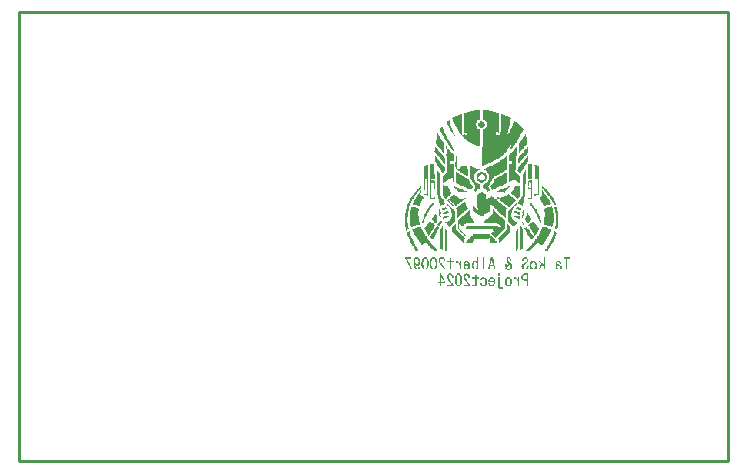
<source format=gbo>
G04*
G04 #@! TF.GenerationSoftware,Altium Limited,Altium Designer,20.2.7 (254)*
G04*
G04 Layer_Color=32896*
%FSLAX43Y43*%
%MOMM*%
G71*
G04*
G04 #@! TF.SameCoordinates,D7959DAF-34B1-44DD-8309-E4C0A0F03333*
G04*
G04*
G04 #@! TF.FilePolarity,Positive*
G04*
G01*
G75*
%ADD16C,0.254*%
G36*
X39177Y28735D02*
X39307D01*
Y28670D01*
X39372D01*
Y28605D01*
Y28539D01*
X39437D01*
Y28474D01*
Y28409D01*
X39372D01*
Y28344D01*
X39307D01*
Y28279D01*
X39242D01*
Y28214D01*
X39047D01*
Y28279D01*
X38916D01*
Y28344D01*
Y28409D01*
X38851D01*
Y28474D01*
Y28539D01*
Y28605D01*
X38916D01*
Y28670D01*
X38981D01*
Y28735D01*
X39047D01*
Y28800D01*
X39177D01*
Y28735D01*
D02*
G37*
G36*
X39047Y29712D02*
Y29646D01*
Y29581D01*
Y29516D01*
Y29451D01*
Y29386D01*
Y29321D01*
Y29256D01*
Y29191D01*
Y29125D01*
Y29060D01*
Y28995D01*
Y28930D01*
X38916D01*
Y28865D01*
X38786D01*
Y28800D01*
X38721D01*
Y28735D01*
Y28670D01*
X38656D01*
Y28605D01*
Y28539D01*
Y28474D01*
Y28409D01*
Y28344D01*
X38721D01*
Y28279D01*
Y28214D01*
X38786D01*
Y28149D01*
X38851D01*
Y28084D01*
X39047D01*
Y28019D01*
Y27953D01*
Y27888D01*
Y27823D01*
Y27758D01*
Y27693D01*
Y27628D01*
Y27563D01*
Y27498D01*
Y27433D01*
Y27367D01*
Y27302D01*
Y27237D01*
Y27172D01*
Y27107D01*
Y27042D01*
Y26977D01*
Y26912D01*
Y26846D01*
Y26781D01*
Y26716D01*
Y26651D01*
Y26586D01*
X38981D01*
Y26651D01*
X38786D01*
Y26716D01*
X38656D01*
Y26781D01*
X38461D01*
Y26846D01*
X38330D01*
Y26912D01*
X38265D01*
Y26977D01*
X38135D01*
Y27042D01*
X38005D01*
Y27107D01*
X37940D01*
Y27172D01*
X37875D01*
Y27237D01*
X37809D01*
Y27302D01*
X37679D01*
Y27367D01*
X37614D01*
Y27433D01*
X37549D01*
Y27498D01*
X37484D01*
Y27563D01*
Y27628D01*
X37419D01*
Y27693D01*
X37354D01*
Y27758D01*
X37288D01*
Y27823D01*
X37223D01*
Y27888D01*
Y27953D01*
X37158D01*
Y28019D01*
Y28084D01*
X37093D01*
Y28149D01*
X37028D01*
Y28214D01*
Y28279D01*
X36963D01*
Y28344D01*
Y28409D01*
X36898D01*
Y28474D01*
Y28539D01*
X36833D01*
Y28474D01*
X36768D01*
Y28539D01*
Y28605D01*
Y28670D01*
Y28735D01*
X36702D01*
Y28800D01*
Y28865D01*
Y28930D01*
Y28995D01*
X36637D01*
Y29060D01*
X36702D01*
Y29125D01*
X36898D01*
Y29191D01*
X37028D01*
Y29256D01*
X37158D01*
Y29321D01*
X37354D01*
Y29386D01*
X37484D01*
Y29321D01*
Y29256D01*
Y29191D01*
Y29125D01*
Y29060D01*
Y28995D01*
Y28930D01*
Y28865D01*
Y28800D01*
Y28735D01*
Y28670D01*
Y28605D01*
Y28539D01*
Y28474D01*
Y28409D01*
Y28344D01*
Y28279D01*
Y28214D01*
Y28149D01*
Y28084D01*
Y28019D01*
Y27953D01*
Y27888D01*
Y27823D01*
Y27758D01*
Y27693D01*
Y27628D01*
X37679D01*
Y27693D01*
X37744D01*
Y27628D01*
X37875D01*
Y27693D01*
Y27758D01*
Y27823D01*
X37679D01*
Y27888D01*
Y27953D01*
Y28019D01*
Y28084D01*
Y28149D01*
Y28214D01*
Y28279D01*
Y28344D01*
Y28409D01*
Y28474D01*
Y28539D01*
Y28605D01*
Y28670D01*
Y28735D01*
Y28800D01*
Y28865D01*
Y28930D01*
Y28995D01*
Y29060D01*
Y29125D01*
Y29191D01*
Y29256D01*
Y29321D01*
Y29386D01*
Y29451D01*
Y29516D01*
X37875D01*
Y29581D01*
X38135D01*
Y29646D01*
X38526D01*
Y29712D01*
X38916D01*
Y29777D01*
X39047D01*
Y29712D01*
D02*
G37*
G36*
X36442Y28800D02*
Y28735D01*
Y28670D01*
Y28605D01*
X36507D01*
Y28539D01*
Y28474D01*
Y28409D01*
X36572D01*
Y28344D01*
Y28279D01*
Y28214D01*
X36637D01*
Y28149D01*
Y28084D01*
Y28019D01*
X36702D01*
Y27953D01*
Y27888D01*
Y27823D01*
X36768D01*
Y27758D01*
Y27693D01*
X36833D01*
Y27628D01*
X36898D01*
Y27563D01*
X36833D01*
Y27628D01*
X36768D01*
Y27693D01*
X36702D01*
Y27758D01*
Y27823D01*
X36637D01*
Y27888D01*
X36572D01*
Y27953D01*
X36507D01*
Y28019D01*
Y28084D01*
X36442D01*
Y28149D01*
Y28214D01*
X36377D01*
Y28279D01*
Y28344D01*
X36312D01*
Y28409D01*
Y28474D01*
X36247D01*
Y28539D01*
Y28605D01*
X36182D01*
Y28670D01*
Y28735D01*
X36247D01*
Y28800D01*
X36377D01*
Y28865D01*
X36442D01*
Y28800D01*
D02*
G37*
G36*
X39372Y29712D02*
X39763D01*
Y29646D01*
X40088D01*
Y29581D01*
X40349D01*
Y29516D01*
X40609D01*
Y29451D01*
Y29386D01*
Y29321D01*
Y29256D01*
Y29191D01*
Y29125D01*
Y29060D01*
Y28995D01*
Y28930D01*
Y28865D01*
Y28800D01*
Y28735D01*
Y28670D01*
Y28605D01*
Y28539D01*
Y28474D01*
Y28409D01*
Y28344D01*
Y28279D01*
Y28214D01*
Y28149D01*
Y28084D01*
Y28019D01*
Y27953D01*
Y27888D01*
Y27823D01*
X40544D01*
Y27888D01*
X40349D01*
Y27823D01*
Y27758D01*
Y27693D01*
Y27628D01*
X40740D01*
Y27693D01*
Y27758D01*
Y27823D01*
Y27888D01*
X40805D01*
Y27953D01*
Y28019D01*
Y28084D01*
Y28149D01*
Y28214D01*
Y28279D01*
Y28344D01*
Y28409D01*
Y28474D01*
Y28539D01*
Y28605D01*
Y28670D01*
Y28735D01*
Y28800D01*
Y28865D01*
Y28930D01*
Y28995D01*
Y29060D01*
Y29125D01*
Y29191D01*
Y29256D01*
Y29321D01*
Y29386D01*
X40935D01*
Y29321D01*
X41130D01*
Y29256D01*
X41260D01*
Y29191D01*
X41391D01*
Y29125D01*
X41521D01*
Y29060D01*
X41651D01*
Y28995D01*
X41586D01*
Y28930D01*
Y28865D01*
Y28800D01*
Y28735D01*
X41521D01*
Y28670D01*
Y28605D01*
Y28539D01*
Y28474D01*
Y28409D01*
X41456D01*
Y28344D01*
Y28279D01*
Y28214D01*
Y28149D01*
Y28084D01*
X41391D01*
Y28019D01*
Y27953D01*
Y27888D01*
Y27823D01*
X41326D01*
Y27758D01*
Y27693D01*
X41391D01*
Y27758D01*
X41456D01*
Y27823D01*
X41521D01*
Y27888D01*
Y27953D01*
X41586D01*
Y28019D01*
Y28084D01*
X41651D01*
Y28149D01*
Y28214D01*
X41716D01*
Y28279D01*
Y28344D01*
Y28409D01*
X41781D01*
Y28474D01*
Y28539D01*
Y28605D01*
X41846D01*
Y28670D01*
Y28735D01*
Y28800D01*
X41977D01*
Y28735D01*
X42107D01*
Y28670D01*
X42172D01*
Y28605D01*
X42237D01*
Y28539D01*
X42302D01*
Y28474D01*
X42367D01*
Y28409D01*
X42433D01*
Y28344D01*
X42498D01*
Y28279D01*
X42563D01*
Y28214D01*
X42628D01*
Y28149D01*
X42693D01*
Y28084D01*
Y28019D01*
X42628D01*
Y27953D01*
Y27888D01*
X42563D01*
Y27823D01*
Y27758D01*
X42498D01*
Y27693D01*
X42433D01*
Y27628D01*
Y27563D01*
X42367D01*
Y27498D01*
Y27433D01*
X42302D01*
Y27367D01*
Y27302D01*
X42237D01*
Y27237D01*
X42172D01*
Y27172D01*
Y27107D01*
X42107D01*
Y27042D01*
Y26977D01*
X42042D01*
Y26912D01*
X41977D01*
Y26846D01*
Y26781D01*
X41912D01*
Y26716D01*
X41846D01*
Y26651D01*
X41781D01*
Y26586D01*
Y26521D01*
X41716D01*
Y26456D01*
X41651D01*
Y26391D01*
X41586D01*
Y26456D01*
Y26521D01*
Y26586D01*
X41651D01*
Y26651D01*
Y26716D01*
Y26781D01*
X41586D01*
Y26716D01*
Y26651D01*
X41521D01*
Y26586D01*
X41456D01*
Y26521D01*
X41391D01*
Y26456D01*
Y26391D01*
X41326D01*
Y26326D01*
X41260D01*
Y26260D01*
Y26195D01*
X41195D01*
Y26130D01*
X41130D01*
Y26065D01*
X41065D01*
Y26000D01*
X41000D01*
Y25935D01*
X40935D01*
Y25870D01*
X40870D01*
Y25805D01*
X40805D01*
Y25740D01*
X40674D01*
Y25674D01*
X40609D01*
Y25609D01*
X40479D01*
Y25544D01*
X40349D01*
Y25479D01*
X40219D01*
Y25414D01*
X40088D01*
Y25349D01*
X39958D01*
Y25284D01*
X39828D01*
Y25219D01*
X39698D01*
Y25154D01*
X39502D01*
Y25088D01*
X39372D01*
Y25023D01*
X39177D01*
Y25088D01*
Y25154D01*
Y25219D01*
Y25284D01*
Y25349D01*
Y25414D01*
Y25479D01*
Y25544D01*
Y25609D01*
Y25674D01*
Y25740D01*
Y25805D01*
Y25870D01*
Y25935D01*
Y26000D01*
Y26065D01*
Y26130D01*
Y26195D01*
Y26260D01*
Y26326D01*
Y26391D01*
Y26456D01*
Y26521D01*
Y26586D01*
X39242D01*
Y26651D01*
Y26716D01*
Y26781D01*
Y26846D01*
Y26912D01*
Y26977D01*
Y27042D01*
Y27107D01*
Y27172D01*
Y27237D01*
Y27302D01*
Y27367D01*
Y27433D01*
Y27498D01*
Y27563D01*
Y27628D01*
Y27693D01*
Y27758D01*
Y27823D01*
Y27888D01*
Y27953D01*
Y28019D01*
Y28084D01*
X39372D01*
Y28149D01*
X39437D01*
Y28214D01*
X39502D01*
Y28279D01*
X39567D01*
Y28344D01*
Y28409D01*
X39633D01*
Y28474D01*
Y28539D01*
Y28605D01*
X39567D01*
Y28670D01*
Y28735D01*
X39502D01*
Y28800D01*
X39437D01*
Y28865D01*
X39372D01*
Y28930D01*
X39242D01*
Y28995D01*
Y29060D01*
Y29125D01*
Y29191D01*
Y29256D01*
Y29321D01*
Y29386D01*
Y29451D01*
Y29516D01*
Y29581D01*
Y29646D01*
Y29712D01*
Y29777D01*
X39372D01*
Y29712D01*
D02*
G37*
G36*
X35856Y28214D02*
Y28149D01*
Y28084D01*
X35921D01*
Y28019D01*
Y27953D01*
X35986D01*
Y27888D01*
Y27823D01*
X36051D01*
Y27758D01*
Y27693D01*
X36116D01*
Y27628D01*
Y27563D01*
X36182D01*
Y27498D01*
Y27433D01*
X36247D01*
Y27367D01*
Y27302D01*
X36312D01*
Y27237D01*
X36377D01*
Y27172D01*
Y27107D01*
X36442D01*
Y27042D01*
X36507D01*
Y26977D01*
Y26912D01*
X36572D01*
Y26846D01*
Y26781D01*
X36637D01*
Y26716D01*
Y26651D01*
Y26586D01*
X36702D01*
Y26521D01*
Y26456D01*
X36768D01*
Y26391D01*
Y26326D01*
Y26260D01*
X36702D01*
Y26326D01*
X36637D01*
Y26391D01*
Y26456D01*
X36572D01*
Y26521D01*
X36507D01*
Y26586D01*
X36442D01*
Y26651D01*
Y26716D01*
X36377D01*
Y26781D01*
X36312D01*
Y26846D01*
Y26912D01*
X36247D01*
Y26977D01*
X36182D01*
Y27042D01*
Y27107D01*
X36116D01*
Y27172D01*
X36051D01*
Y27237D01*
Y27302D01*
X35986D01*
Y27367D01*
Y27433D01*
X35921D01*
Y27498D01*
Y27563D01*
X35856D01*
Y27628D01*
X35791D01*
Y27693D01*
Y27758D01*
X35726D01*
Y27823D01*
Y27888D01*
X35661D01*
Y27953D01*
Y28019D01*
X35596D01*
Y28084D01*
Y28149D01*
Y28214D01*
X35726D01*
Y28279D01*
X35856D01*
Y28214D01*
D02*
G37*
G36*
X35465Y27693D02*
Y27628D01*
X35530D01*
Y27563D01*
Y27498D01*
X35596D01*
Y27433D01*
Y27367D01*
X35661D01*
Y27302D01*
X35726D01*
Y27237D01*
Y27172D01*
X35791D01*
Y27107D01*
X35856D01*
Y27042D01*
X35921D01*
Y26977D01*
Y26912D01*
X35986D01*
Y26846D01*
Y26781D01*
X35921D01*
Y26716D01*
Y26651D01*
Y26586D01*
Y26521D01*
Y26456D01*
Y26391D01*
Y26326D01*
Y26260D01*
Y26195D01*
Y26130D01*
X35856D01*
Y26195D01*
X35791D01*
Y26260D01*
Y26326D01*
X35726D01*
Y26391D01*
X35661D01*
Y26456D01*
X35596D01*
Y26521D01*
X35530D01*
Y26586D01*
X35465D01*
Y26651D01*
Y26716D01*
X35400D01*
Y26781D01*
X35335D01*
Y26846D01*
X35270D01*
Y26912D01*
Y26977D01*
Y27042D01*
Y27107D01*
Y27172D01*
X35335D01*
Y27237D01*
Y27302D01*
Y27367D01*
Y27433D01*
Y27498D01*
X35400D01*
Y27563D01*
Y27628D01*
Y27693D01*
Y27758D01*
X35465D01*
Y27693D01*
D02*
G37*
G36*
X42888Y27628D02*
Y27563D01*
Y27498D01*
Y27433D01*
X42953D01*
Y27367D01*
Y27302D01*
Y27237D01*
Y27172D01*
Y27107D01*
X43019D01*
Y27042D01*
Y26977D01*
Y26912D01*
Y26846D01*
X42953D01*
Y26781D01*
X42888D01*
Y26716D01*
X42823D01*
Y26651D01*
X42758D01*
Y26586D01*
Y26521D01*
X42693D01*
Y26456D01*
X42628D01*
Y26391D01*
X42563D01*
Y26326D01*
X42498D01*
Y26260D01*
X42433D01*
Y26195D01*
Y26130D01*
X42367D01*
Y26065D01*
X42302D01*
Y26130D01*
Y26195D01*
Y26260D01*
Y26326D01*
Y26391D01*
Y26456D01*
Y26521D01*
Y26586D01*
Y26651D01*
Y26716D01*
Y26781D01*
Y26846D01*
Y26912D01*
Y26977D01*
X42367D01*
Y27042D01*
X42433D01*
Y27107D01*
X42498D01*
Y27172D01*
Y27237D01*
X42563D01*
Y27302D01*
X42628D01*
Y27367D01*
Y27433D01*
X42693D01*
Y27498D01*
X42758D01*
Y27563D01*
X42823D01*
Y27628D01*
Y27693D01*
X42888D01*
Y27628D01*
D02*
G37*
G36*
X43084Y26521D02*
Y26456D01*
Y26391D01*
Y26326D01*
Y26260D01*
Y26195D01*
Y26130D01*
X43019D01*
Y26065D01*
X42953D01*
Y26000D01*
Y25935D01*
X42888D01*
Y25870D01*
X42823D01*
Y25805D01*
X42758D01*
Y25740D01*
X42693D01*
Y25674D01*
X42628D01*
Y25609D01*
Y25544D01*
X42563D01*
Y25479D01*
X42498D01*
Y25414D01*
X42433D01*
Y25349D01*
X42367D01*
Y25284D01*
X42302D01*
Y25219D01*
X42237D01*
Y25284D01*
Y25349D01*
Y25414D01*
Y25479D01*
Y25544D01*
Y25609D01*
Y25674D01*
X42302D01*
Y25740D01*
Y25805D01*
X42367D01*
Y25870D01*
X42433D01*
Y25935D01*
X42498D01*
Y26000D01*
X42563D01*
Y26065D01*
X42628D01*
Y26130D01*
X42693D01*
Y26195D01*
X42758D01*
Y26260D01*
Y26326D01*
X42823D01*
Y26391D01*
X42888D01*
Y26456D01*
X42953D01*
Y26521D01*
X43019D01*
Y26586D01*
X43084D01*
Y26521D01*
D02*
G37*
G36*
X35270D02*
X35335D01*
Y26456D01*
X35400D01*
Y26391D01*
X35465D01*
Y26326D01*
Y26260D01*
X35530D01*
Y26195D01*
X35596D01*
Y26130D01*
X35661D01*
Y26065D01*
X35726D01*
Y26000D01*
X35791D01*
Y25935D01*
X35856D01*
Y25870D01*
Y25805D01*
X35921D01*
Y25740D01*
X35986D01*
Y25674D01*
X36051D01*
Y25609D01*
Y25544D01*
Y25479D01*
Y25414D01*
Y25349D01*
Y25284D01*
Y25219D01*
Y25154D01*
X35986D01*
Y25219D01*
X35921D01*
Y25284D01*
X35856D01*
Y25349D01*
Y25414D01*
X35791D01*
Y25479D01*
X35726D01*
Y25544D01*
X35661D01*
Y25609D01*
X35596D01*
Y25674D01*
Y25740D01*
X35530D01*
Y25805D01*
X35465D01*
Y25870D01*
X35400D01*
Y25935D01*
X35335D01*
Y26000D01*
X35270D01*
Y26065D01*
Y26130D01*
X35205D01*
Y26195D01*
X35140D01*
Y26260D01*
X35205D01*
Y26326D01*
Y26391D01*
Y26456D01*
Y26521D01*
Y26586D01*
X35270D01*
Y26521D01*
D02*
G37*
G36*
X43084Y25740D02*
Y25674D01*
Y25609D01*
Y25544D01*
Y25479D01*
Y25414D01*
Y25349D01*
X43019D01*
Y25284D01*
X42953D01*
Y25219D01*
Y25154D01*
X42888D01*
Y25088D01*
X42823D01*
Y25023D01*
Y24958D01*
X42758D01*
Y24893D01*
X42693D01*
Y24828D01*
Y24763D01*
X42628D01*
Y24698D01*
Y24633D01*
X42563D01*
Y24567D01*
X42498D01*
Y24502D01*
Y24437D01*
X42433D01*
Y24372D01*
X42367D01*
Y24437D01*
X42302D01*
Y24502D01*
X42237D01*
Y24567D01*
X42172D01*
Y24633D01*
X42237D01*
Y24698D01*
Y24763D01*
Y24828D01*
Y24893D01*
X42302D01*
Y24958D01*
X42367D01*
Y25023D01*
X42433D01*
Y25088D01*
X42498D01*
Y25154D01*
Y25219D01*
X42563D01*
Y25284D01*
X42628D01*
Y25349D01*
X42693D01*
Y25414D01*
X42758D01*
Y25479D01*
X42823D01*
Y25544D01*
Y25609D01*
X42888D01*
Y25674D01*
X42953D01*
Y25740D01*
X43019D01*
Y25805D01*
X43084D01*
Y25740D01*
D02*
G37*
G36*
X35270D02*
X35335D01*
Y25674D01*
Y25609D01*
X35400D01*
Y25544D01*
X35465D01*
Y25479D01*
X35530D01*
Y25414D01*
X35596D01*
Y25349D01*
Y25284D01*
X35661D01*
Y25219D01*
X35726D01*
Y25154D01*
X35791D01*
Y25088D01*
X35856D01*
Y25023D01*
X35921D01*
Y24958D01*
Y24893D01*
X36051D01*
Y24828D01*
Y24763D01*
Y24698D01*
Y24633D01*
Y24567D01*
X35986D01*
Y24502D01*
X35921D01*
Y24437D01*
X35856D01*
Y24372D01*
X35791D01*
Y24437D01*
Y24502D01*
X35726D01*
Y24567D01*
Y24633D01*
X35661D01*
Y24698D01*
X35596D01*
Y24763D01*
Y24828D01*
X35530D01*
Y24893D01*
X35465D01*
Y24958D01*
Y25023D01*
X35400D01*
Y25088D01*
Y25154D01*
X35335D01*
Y25219D01*
Y25284D01*
X35270D01*
Y25349D01*
X35205D01*
Y25414D01*
Y25479D01*
Y25544D01*
Y25609D01*
Y25674D01*
Y25740D01*
Y25805D01*
X35270D01*
Y25740D01*
D02*
G37*
G36*
X37028D02*
Y25674D01*
Y25609D01*
Y25544D01*
Y25479D01*
Y25414D01*
Y25349D01*
Y25284D01*
Y25219D01*
Y25154D01*
Y25088D01*
Y25023D01*
Y24958D01*
Y24893D01*
Y24828D01*
Y24763D01*
X37288D01*
Y24828D01*
X37354D01*
Y24893D01*
X37419D01*
Y24958D01*
X37614D01*
Y25023D01*
X37940D01*
Y24958D01*
Y24893D01*
Y24828D01*
Y24763D01*
Y24698D01*
X38005D01*
Y24633D01*
Y24567D01*
Y24502D01*
Y24437D01*
Y24372D01*
Y24307D01*
Y24242D01*
Y24177D01*
Y24112D01*
X37875D01*
Y24177D01*
X37809D01*
Y24242D01*
X37679D01*
Y24307D01*
X37549D01*
Y24372D01*
X37484D01*
Y24437D01*
X37354D01*
Y24502D01*
X37288D01*
Y24567D01*
X37158D01*
Y24633D01*
X37028D01*
Y24698D01*
X36898D01*
Y24763D01*
X36963D01*
Y24828D01*
Y24893D01*
X36898D01*
Y24958D01*
Y25023D01*
Y25088D01*
Y25154D01*
Y25219D01*
Y25284D01*
Y25349D01*
X36963D01*
Y25414D01*
Y25479D01*
Y25544D01*
Y25609D01*
Y25674D01*
Y25740D01*
Y25805D01*
X37028D01*
Y25740D01*
D02*
G37*
G36*
X43409Y25088D02*
Y25023D01*
Y24958D01*
Y24893D01*
Y24828D01*
Y24763D01*
Y24698D01*
Y24633D01*
Y24567D01*
Y24502D01*
Y24437D01*
Y24372D01*
Y24307D01*
Y24242D01*
Y24177D01*
Y24112D01*
Y24047D01*
Y23981D01*
Y23916D01*
X43084D01*
Y23981D01*
Y24047D01*
Y24112D01*
Y24177D01*
Y24242D01*
Y24307D01*
Y24372D01*
Y24437D01*
Y24502D01*
Y24567D01*
Y24633D01*
Y24698D01*
Y24763D01*
Y24828D01*
Y24893D01*
Y24958D01*
Y25023D01*
Y25088D01*
Y25154D01*
X43409D01*
Y25088D01*
D02*
G37*
G36*
X36182Y26586D02*
Y26521D01*
X36247D01*
Y26456D01*
X36312D01*
Y26391D01*
X36377D01*
Y26326D01*
X36442D01*
Y26260D01*
X36507D01*
Y26195D01*
X36572D01*
Y26130D01*
X36637D01*
Y26065D01*
X36702D01*
Y26000D01*
X36768D01*
Y25935D01*
Y25870D01*
Y25805D01*
Y25740D01*
Y25674D01*
Y25609D01*
Y25544D01*
Y25479D01*
Y25414D01*
X36507D01*
Y25349D01*
Y25284D01*
Y25219D01*
Y25154D01*
X36768D01*
Y25088D01*
Y25023D01*
Y24958D01*
Y24893D01*
Y24828D01*
Y24763D01*
Y24698D01*
Y24633D01*
Y24567D01*
Y24502D01*
Y24437D01*
Y24372D01*
Y24307D01*
Y24242D01*
Y24177D01*
Y24112D01*
Y24047D01*
Y23981D01*
Y23916D01*
Y23851D01*
Y23786D01*
Y23721D01*
Y23656D01*
X36702D01*
Y23721D01*
Y23786D01*
Y23851D01*
Y23916D01*
Y23981D01*
X36572D01*
Y23916D01*
X36507D01*
Y23851D01*
X36312D01*
Y23786D01*
X36182D01*
Y23721D01*
X36116D01*
Y23656D01*
X35986D01*
Y23591D01*
X35856D01*
Y23656D01*
Y23721D01*
Y23786D01*
Y23851D01*
Y23916D01*
Y23981D01*
Y24047D01*
Y24112D01*
X35921D01*
Y24177D01*
X35986D01*
Y24242D01*
X36051D01*
Y24307D01*
X36116D01*
Y24372D01*
X36182D01*
Y24437D01*
X36247D01*
Y24502D01*
Y24567D01*
Y24633D01*
Y24698D01*
Y24763D01*
Y24828D01*
Y24893D01*
Y24958D01*
Y25023D01*
Y25088D01*
Y25154D01*
Y25219D01*
Y25284D01*
Y25349D01*
Y25414D01*
Y25479D01*
Y25544D01*
Y25609D01*
Y25674D01*
Y25740D01*
Y25805D01*
X36182D01*
Y25870D01*
X36116D01*
Y25935D01*
Y26000D01*
X36182D01*
Y26065D01*
Y26130D01*
Y26195D01*
Y26260D01*
Y26326D01*
Y26391D01*
Y26456D01*
X36116D01*
Y26521D01*
Y26586D01*
Y26651D01*
X36182D01*
Y26586D01*
D02*
G37*
G36*
X42107Y26521D02*
Y26456D01*
Y26391D01*
Y26326D01*
Y26260D01*
Y26195D01*
Y26130D01*
Y26065D01*
Y26000D01*
Y25935D01*
Y25870D01*
Y25805D01*
X42042D01*
Y25740D01*
Y25674D01*
Y25609D01*
Y25544D01*
Y25479D01*
Y25414D01*
Y25349D01*
Y25284D01*
Y25219D01*
Y25154D01*
Y25088D01*
Y25023D01*
Y24958D01*
Y24893D01*
Y24828D01*
Y24763D01*
Y24698D01*
Y24633D01*
X41977D01*
Y24567D01*
Y24502D01*
X42042D01*
Y24437D01*
X42107D01*
Y24372D01*
X42172D01*
Y24307D01*
X42237D01*
Y24242D01*
X42302D01*
Y24177D01*
X42367D01*
Y24112D01*
X42433D01*
Y24047D01*
Y23981D01*
Y23916D01*
Y23851D01*
Y23786D01*
Y23721D01*
Y23656D01*
Y23591D01*
X42237D01*
Y23656D01*
X42107D01*
Y23721D01*
X42042D01*
Y23786D01*
X41912D01*
Y23851D01*
X41846D01*
Y23786D01*
X41716D01*
Y23721D01*
X41586D01*
Y23656D01*
X41456D01*
Y23721D01*
Y23786D01*
Y23851D01*
Y23916D01*
Y23981D01*
Y24047D01*
Y24112D01*
Y24177D01*
Y24242D01*
Y24307D01*
Y24372D01*
Y24437D01*
Y24502D01*
Y24567D01*
Y24633D01*
Y24698D01*
Y24763D01*
Y24828D01*
Y24893D01*
Y24958D01*
Y25023D01*
Y25088D01*
Y25154D01*
X41716D01*
Y25219D01*
Y25284D01*
Y25349D01*
Y25414D01*
X41456D01*
Y25479D01*
Y25544D01*
Y25609D01*
Y25674D01*
Y25740D01*
Y25805D01*
Y25870D01*
Y25935D01*
X41521D01*
Y26000D01*
X41586D01*
Y26065D01*
X41651D01*
Y26130D01*
X41716D01*
Y26195D01*
X41781D01*
Y26260D01*
X41846D01*
Y26326D01*
X41912D01*
Y26391D01*
X41977D01*
Y26456D01*
Y26521D01*
X42042D01*
Y26586D01*
X42107D01*
Y26521D01*
D02*
G37*
G36*
X39242Y24437D02*
X39437D01*
Y24372D01*
X39502D01*
Y24307D01*
Y24242D01*
X39567D01*
Y24177D01*
Y24112D01*
Y24047D01*
Y23981D01*
Y23916D01*
Y23851D01*
X39502D01*
Y23786D01*
Y23721D01*
X39372D01*
Y23656D01*
X39242D01*
Y23591D01*
X39047D01*
Y23656D01*
X38916D01*
Y23721D01*
X38786D01*
Y23786D01*
Y23851D01*
X38721D01*
Y23916D01*
Y23981D01*
Y24047D01*
Y24112D01*
Y24177D01*
Y24242D01*
X38786D01*
Y24307D01*
X38851D01*
Y24372D01*
X38916D01*
Y24437D01*
X39047D01*
Y24502D01*
X39242D01*
Y24437D01*
D02*
G37*
G36*
X43409Y23721D02*
Y23656D01*
Y23591D01*
Y23526D01*
Y23461D01*
Y23395D01*
Y23330D01*
Y23265D01*
Y23200D01*
Y23135D01*
Y23070D01*
Y23005D01*
Y22940D01*
Y22875D01*
Y22809D01*
Y22744D01*
Y22679D01*
Y22614D01*
Y22549D01*
Y22484D01*
Y22419D01*
Y22354D01*
Y22288D01*
Y22223D01*
X43084D01*
Y22288D01*
X43344D01*
Y22354D01*
Y22419D01*
Y22484D01*
Y22549D01*
Y22614D01*
Y22679D01*
Y22744D01*
Y22809D01*
Y22875D01*
Y22940D01*
Y23005D01*
Y23070D01*
X43084D01*
Y23135D01*
Y23200D01*
X43149D01*
Y23135D01*
X43344D01*
Y23200D01*
Y23265D01*
Y23330D01*
Y23395D01*
Y23461D01*
Y23526D01*
Y23591D01*
X43214D01*
Y23656D01*
X43149D01*
Y23591D01*
Y23526D01*
Y23461D01*
Y23395D01*
Y23330D01*
Y23265D01*
X43084D01*
Y23330D01*
Y23395D01*
Y23461D01*
Y23526D01*
Y23591D01*
Y23656D01*
Y23721D01*
X43149D01*
Y23786D01*
X43409D01*
Y23721D01*
D02*
G37*
G36*
X35140Y25088D02*
Y25023D01*
Y24958D01*
Y24893D01*
Y24828D01*
Y24763D01*
Y24698D01*
Y24633D01*
Y24567D01*
Y24502D01*
Y24437D01*
Y24372D01*
Y24307D01*
X35205D01*
Y24242D01*
Y24177D01*
Y24112D01*
Y24047D01*
Y23981D01*
Y23916D01*
X34879D01*
Y23851D01*
Y23786D01*
X35075D01*
Y23721D01*
X35205D01*
Y23656D01*
Y23591D01*
Y23526D01*
Y23461D01*
Y23395D01*
Y23330D01*
Y23265D01*
Y23200D01*
Y23135D01*
Y23070D01*
X35075D01*
Y23135D01*
X35140D01*
Y23200D01*
Y23265D01*
Y23330D01*
Y23395D01*
Y23461D01*
Y23526D01*
Y23591D01*
X34879D01*
Y23526D01*
Y23461D01*
Y23395D01*
Y23330D01*
Y23265D01*
Y23200D01*
Y23135D01*
Y23070D01*
Y23005D01*
Y22940D01*
Y22875D01*
Y22809D01*
Y22744D01*
Y22679D01*
Y22614D01*
Y22549D01*
Y22484D01*
Y22419D01*
Y22354D01*
Y22288D01*
X35140D01*
Y22354D01*
X35205D01*
Y22288D01*
Y22223D01*
X34814D01*
Y22288D01*
Y22354D01*
Y22419D01*
Y22484D01*
Y22549D01*
Y22614D01*
Y22679D01*
Y22744D01*
Y22809D01*
Y22875D01*
Y22940D01*
Y23005D01*
Y23070D01*
Y23135D01*
Y23200D01*
Y23265D01*
Y23330D01*
Y23395D01*
Y23461D01*
Y23526D01*
Y23591D01*
Y23656D01*
Y23721D01*
Y23786D01*
Y23851D01*
Y23916D01*
Y23981D01*
Y24047D01*
Y24112D01*
Y24177D01*
Y24242D01*
Y24307D01*
Y24372D01*
Y24437D01*
Y24502D01*
Y24567D01*
Y24633D01*
Y24698D01*
Y24763D01*
Y24828D01*
Y24893D01*
Y24958D01*
Y25023D01*
Y25088D01*
Y25154D01*
X35140D01*
Y25088D01*
D02*
G37*
G36*
X37028Y24437D02*
X37158D01*
Y24372D01*
X37223D01*
Y24307D01*
X37354D01*
Y24242D01*
X37484D01*
Y24177D01*
X37549D01*
Y24112D01*
X37679D01*
Y24047D01*
X37744D01*
Y23981D01*
X37875D01*
Y23916D01*
X38005D01*
Y23851D01*
X38070D01*
Y23786D01*
Y23721D01*
X38135D01*
Y23656D01*
Y23591D01*
X38200D01*
Y23526D01*
Y23461D01*
X38265D01*
Y23395D01*
X38330D01*
Y23330D01*
Y23265D01*
X38395D01*
Y23200D01*
Y23135D01*
X38330D01*
Y23070D01*
X38265D01*
Y23005D01*
X38070D01*
Y23070D01*
X37940D01*
Y23135D01*
X37809D01*
Y23200D01*
X37679D01*
Y23265D01*
X37484D01*
Y23330D01*
X37354D01*
Y23395D01*
X37223D01*
Y23461D01*
X37093D01*
Y23526D01*
X36963D01*
Y23591D01*
Y23656D01*
Y23721D01*
Y23786D01*
Y23851D01*
Y23916D01*
Y23981D01*
Y24047D01*
Y24112D01*
Y24177D01*
Y24242D01*
Y24307D01*
Y24372D01*
Y24437D01*
Y24502D01*
X37028D01*
Y24437D01*
D02*
G37*
G36*
X41326D02*
Y24372D01*
Y24307D01*
Y24242D01*
Y24177D01*
Y24112D01*
Y24047D01*
Y23981D01*
Y23916D01*
Y23851D01*
Y23786D01*
Y23721D01*
Y23656D01*
Y23591D01*
Y23526D01*
X41195D01*
Y23461D01*
X41065D01*
Y23395D01*
X40935D01*
Y23330D01*
X40805D01*
Y23265D01*
X40609D01*
Y23200D01*
X40479D01*
Y23135D01*
X40349D01*
Y23070D01*
X40219D01*
Y23005D01*
X40088D01*
Y22940D01*
X40023D01*
Y23005D01*
Y23070D01*
X39958D01*
Y23135D01*
Y23200D01*
X39893D01*
Y23265D01*
X39958D01*
Y23330D01*
Y23395D01*
X40023D01*
Y23461D01*
X40088D01*
Y23526D01*
Y23591D01*
X40154D01*
Y23656D01*
Y23721D01*
X40219D01*
Y23786D01*
Y23851D01*
X40284D01*
Y23916D01*
X40349D01*
Y23981D01*
X40479D01*
Y24047D01*
X40609D01*
Y24112D01*
X40740D01*
Y24177D01*
X40870D01*
Y24242D01*
X40935D01*
Y24307D01*
X41065D01*
Y24372D01*
X41130D01*
Y24437D01*
X41260D01*
Y24502D01*
X41326D01*
Y24437D01*
D02*
G37*
G36*
Y25740D02*
Y25674D01*
Y25609D01*
Y25544D01*
Y25479D01*
Y25414D01*
Y25349D01*
Y25284D01*
Y25219D01*
Y25154D01*
Y25088D01*
Y25023D01*
Y24958D01*
Y24893D01*
Y24828D01*
Y24763D01*
Y24698D01*
X41260D01*
Y24633D01*
X41130D01*
Y24567D01*
X41065D01*
Y24502D01*
X40935D01*
Y24437D01*
X40805D01*
Y24372D01*
X40740D01*
Y24307D01*
X40609D01*
Y24242D01*
X40479D01*
Y24177D01*
X40349D01*
Y24112D01*
X40154D01*
Y24047D01*
Y23981D01*
X40088D01*
Y23916D01*
Y23851D01*
X40023D01*
Y23786D01*
Y23721D01*
X39958D01*
Y23656D01*
X39893D01*
Y23591D01*
Y23526D01*
X39828D01*
Y23461D01*
Y23395D01*
X39763D01*
Y23330D01*
X39698D01*
Y23265D01*
Y23200D01*
X39763D01*
Y23135D01*
Y23070D01*
Y23005D01*
X39828D01*
Y22940D01*
Y22875D01*
X39698D01*
Y22809D01*
X39633D01*
Y22875D01*
X39567D01*
Y22940D01*
X39502D01*
Y23005D01*
X39437D01*
Y23070D01*
X39372D01*
Y23135D01*
X39242D01*
Y23200D01*
Y23265D01*
Y23330D01*
Y23395D01*
X39372D01*
Y23461D01*
X39437D01*
Y23526D01*
X39567D01*
Y23591D01*
X39633D01*
Y23656D01*
X39698D01*
Y23721D01*
Y23786D01*
X39763D01*
Y23851D01*
Y23916D01*
Y23981D01*
Y24047D01*
Y24112D01*
Y24177D01*
Y24242D01*
Y24307D01*
X39698D01*
Y24372D01*
Y24437D01*
X39633D01*
Y24502D01*
X39567D01*
Y24567D01*
X39502D01*
Y24633D01*
X39372D01*
Y24698D01*
X39307D01*
Y24763D01*
X39502D01*
Y24828D01*
X39633D01*
Y24893D01*
X39763D01*
Y24958D01*
X39958D01*
Y25023D01*
X40088D01*
Y25088D01*
X40219D01*
Y25154D01*
X40349D01*
Y25219D01*
X40414D01*
Y25284D01*
X40544D01*
Y25349D01*
X40674D01*
Y25414D01*
X40740D01*
Y25479D01*
X40870D01*
Y25544D01*
X40935D01*
Y25609D01*
X41065D01*
Y25674D01*
X41130D01*
Y25740D01*
X41195D01*
Y25805D01*
X41326D01*
Y25740D01*
D02*
G37*
G36*
X38200Y24958D02*
X38330D01*
Y24893D01*
X38526D01*
Y24828D01*
X38656D01*
Y24763D01*
X38851D01*
Y24698D01*
X38981D01*
Y24633D01*
X38851D01*
Y24567D01*
X38721D01*
Y24502D01*
X38656D01*
Y24437D01*
Y24372D01*
X38591D01*
Y24307D01*
X38526D01*
Y24242D01*
Y24177D01*
Y24112D01*
Y24047D01*
Y23981D01*
Y23916D01*
Y23851D01*
Y23786D01*
X38591D01*
Y23721D01*
Y23656D01*
X38656D01*
Y23591D01*
X38721D01*
Y23526D01*
X38851D01*
Y23461D01*
X38981D01*
Y23395D01*
X39047D01*
Y23330D01*
Y23265D01*
Y23200D01*
Y23135D01*
X38981D01*
Y23070D01*
X38851D01*
Y23005D01*
X38786D01*
Y22940D01*
X38721D01*
Y22875D01*
X38656D01*
Y22809D01*
X38591D01*
Y22875D01*
X38461D01*
Y22940D01*
X38526D01*
Y23005D01*
Y23070D01*
X38591D01*
Y23135D01*
Y23200D01*
Y23265D01*
Y23330D01*
Y23395D01*
X38526D01*
Y23461D01*
X38461D01*
Y23526D01*
X38395D01*
Y23591D01*
Y23656D01*
X38330D01*
Y23721D01*
Y23786D01*
X38265D01*
Y23851D01*
Y23916D01*
X38135D01*
Y23981D01*
Y24047D01*
Y24112D01*
Y24177D01*
Y24242D01*
Y24307D01*
Y24372D01*
Y24437D01*
Y24502D01*
Y24567D01*
Y24633D01*
Y24698D01*
Y24763D01*
Y24828D01*
Y24893D01*
Y24958D01*
Y25023D01*
X38200D01*
Y24958D01*
D02*
G37*
G36*
X36768Y23265D02*
X36898D01*
Y23200D01*
X37093D01*
Y23135D01*
X37223D01*
Y23070D01*
X37354D01*
Y23005D01*
X37549D01*
Y22940D01*
X37679D01*
Y22875D01*
X37875D01*
Y22809D01*
X37158D01*
Y22875D01*
X37093D01*
Y22940D01*
X37028D01*
Y23005D01*
X36963D01*
Y23070D01*
X36898D01*
Y23135D01*
X36833D01*
Y23200D01*
X36768D01*
Y23265D01*
X36702D01*
Y23330D01*
X36768D01*
Y23265D01*
D02*
G37*
G36*
X41521Y23200D02*
X41456D01*
Y23135D01*
X41391D01*
Y23070D01*
X41326D01*
Y23005D01*
X41260D01*
Y22940D01*
X41195D01*
Y22875D01*
X41130D01*
Y22809D01*
Y22744D01*
X41000D01*
Y22809D01*
X40414D01*
Y22875D01*
X40609D01*
Y22940D01*
X40740D01*
Y23005D01*
X40935D01*
Y23070D01*
X41065D01*
Y23135D01*
X41260D01*
Y23200D01*
X41391D01*
Y23265D01*
X41521D01*
Y23200D01*
D02*
G37*
G36*
X43800Y25023D02*
X43995D01*
Y24958D01*
Y24893D01*
Y24828D01*
Y24763D01*
Y24698D01*
Y24633D01*
Y24567D01*
Y24502D01*
Y24437D01*
Y24372D01*
Y24307D01*
Y24242D01*
Y24177D01*
Y24112D01*
Y24047D01*
Y23981D01*
Y23916D01*
Y23851D01*
Y23786D01*
Y23721D01*
Y23656D01*
Y23591D01*
Y23526D01*
Y23461D01*
Y23395D01*
Y23330D01*
Y23265D01*
Y23200D01*
Y23135D01*
Y23070D01*
Y23005D01*
Y22940D01*
Y22875D01*
Y22809D01*
Y22744D01*
Y22679D01*
Y22614D01*
Y22549D01*
X43735D01*
Y22484D01*
X43605D01*
Y22549D01*
Y22614D01*
X43930D01*
Y22679D01*
Y22744D01*
Y22809D01*
Y22875D01*
Y22940D01*
Y23005D01*
Y23070D01*
Y23135D01*
Y23200D01*
Y23265D01*
Y23330D01*
Y23395D01*
Y23461D01*
Y23526D01*
Y23591D01*
Y23656D01*
Y23721D01*
Y23786D01*
Y23851D01*
X43670D01*
Y23916D01*
Y23981D01*
Y24047D01*
Y24112D01*
Y24177D01*
Y24242D01*
Y24307D01*
Y24372D01*
Y24437D01*
Y24502D01*
Y24567D01*
Y24633D01*
Y24698D01*
Y24763D01*
Y24828D01*
Y24893D01*
Y24958D01*
Y25023D01*
X43605D01*
Y25088D01*
X43800D01*
Y25023D01*
D02*
G37*
G36*
X34619D02*
Y24958D01*
Y24893D01*
Y24828D01*
Y24763D01*
Y24698D01*
Y24633D01*
Y24567D01*
Y24502D01*
Y24437D01*
Y24372D01*
Y24307D01*
Y24242D01*
Y24177D01*
Y24112D01*
Y24047D01*
Y23981D01*
Y23916D01*
Y23851D01*
Y23786D01*
Y23721D01*
Y23656D01*
Y23591D01*
Y23526D01*
Y23461D01*
Y23395D01*
Y23330D01*
Y23265D01*
Y23200D01*
Y23135D01*
Y23070D01*
Y23005D01*
Y22940D01*
Y22875D01*
Y22809D01*
Y22744D01*
Y22679D01*
Y22614D01*
Y22549D01*
Y22484D01*
X34489D01*
Y22549D01*
X34293D01*
Y22614D01*
X34228D01*
Y22679D01*
Y22744D01*
Y22809D01*
Y22875D01*
Y22940D01*
Y23005D01*
Y23070D01*
Y23135D01*
Y23200D01*
Y23265D01*
Y23330D01*
Y23395D01*
Y23461D01*
Y23526D01*
Y23591D01*
Y23656D01*
Y23721D01*
Y23786D01*
Y23851D01*
Y23916D01*
X34293D01*
Y23981D01*
Y24047D01*
Y24112D01*
Y24177D01*
Y24242D01*
Y24307D01*
Y24372D01*
Y24437D01*
Y24502D01*
Y24567D01*
Y24633D01*
Y24698D01*
Y24763D01*
Y24828D01*
Y24893D01*
Y24958D01*
Y25023D01*
X34423D01*
Y25088D01*
X34619D01*
Y25023D01*
D02*
G37*
G36*
X41456Y22549D02*
X41521D01*
Y22484D01*
X41586D01*
Y22419D01*
X41651D01*
Y22354D01*
X41781D01*
Y22288D01*
X41846D01*
Y22223D01*
X41912D01*
Y22158D01*
X41977D01*
Y22093D01*
X42042D01*
Y22028D01*
X41977D01*
Y21963D01*
X41912D01*
Y21898D01*
X41846D01*
Y21833D01*
X41781D01*
Y21768D01*
X41716D01*
Y21702D01*
X41651D01*
Y21637D01*
X41586D01*
Y21572D01*
X41521D01*
Y21507D01*
X41391D01*
Y21572D01*
X41326D01*
Y21637D01*
X41260D01*
Y21702D01*
X41130D01*
Y21768D01*
X41065D01*
Y21833D01*
X41000D01*
Y21898D01*
X40935D01*
Y21963D01*
X40805D01*
Y22028D01*
X40740D01*
Y22093D01*
X40674D01*
Y22158D01*
X40544D01*
Y22223D01*
X40479D01*
Y22288D01*
X40414D01*
Y22354D01*
X40609D01*
Y22288D01*
X40805D01*
Y22354D01*
X41065D01*
Y22419D01*
X41260D01*
Y22484D01*
X41326D01*
Y22549D01*
X41391D01*
Y22614D01*
X41456D01*
Y22549D01*
D02*
G37*
G36*
X42433Y23265D02*
Y23200D01*
Y23135D01*
Y23070D01*
Y23005D01*
Y22940D01*
Y22875D01*
Y22809D01*
Y22744D01*
Y22679D01*
Y22614D01*
Y22549D01*
Y22484D01*
X42367D01*
Y22419D01*
Y22354D01*
X42302D01*
Y22288D01*
X42237D01*
Y22223D01*
X42107D01*
Y22288D01*
X42042D01*
Y22354D01*
X41977D01*
Y22419D01*
X41912D01*
Y22484D01*
X41846D01*
Y22549D01*
X41716D01*
Y22614D01*
X41651D01*
Y22679D01*
X41586D01*
Y22744D01*
X41651D01*
Y22809D01*
X41716D01*
Y22875D01*
X41781D01*
Y22940D01*
X41846D01*
Y23005D01*
Y23070D01*
X41912D01*
Y23135D01*
Y23200D01*
X41977D01*
Y23265D01*
Y23330D01*
X42433D01*
Y23265D01*
D02*
G37*
G36*
X35921Y23330D02*
X36247D01*
Y23265D01*
X36312D01*
Y23200D01*
Y23135D01*
X36377D01*
Y23070D01*
Y23005D01*
X36442D01*
Y22940D01*
Y22875D01*
X36507D01*
Y22809D01*
X36572D01*
Y22744D01*
X36637D01*
Y22679D01*
X36572D01*
Y22614D01*
X36507D01*
Y22549D01*
X36442D01*
Y22484D01*
X36377D01*
Y22419D01*
X36312D01*
Y22354D01*
X36247D01*
Y22288D01*
X36182D01*
Y22223D01*
X36051D01*
Y22288D01*
X35986D01*
Y22354D01*
X35921D01*
Y22419D01*
X35856D01*
Y22484D01*
Y22549D01*
Y22614D01*
Y22679D01*
Y22744D01*
Y22809D01*
Y22875D01*
Y22940D01*
Y23005D01*
Y23070D01*
Y23135D01*
Y23200D01*
Y23265D01*
Y23330D01*
Y23395D01*
X35921D01*
Y23330D01*
D02*
G37*
G36*
X44321Y23200D02*
X44451D01*
Y23135D01*
X44516D01*
Y23070D01*
X44581D01*
Y23005D01*
X44646D01*
Y22940D01*
X44711D01*
Y22875D01*
X44777D01*
Y22809D01*
X44842D01*
Y22744D01*
Y22679D01*
X44907D01*
Y22614D01*
X44972D01*
Y22549D01*
X45037D01*
Y22484D01*
X45102D01*
Y22419D01*
Y22354D01*
X45167D01*
Y22288D01*
X45232D01*
Y22223D01*
Y22158D01*
X45298D01*
Y22093D01*
Y22028D01*
X45363D01*
Y21963D01*
Y21898D01*
X45428D01*
Y21833D01*
Y21768D01*
Y21702D01*
X45232D01*
Y21768D01*
Y21833D01*
X45167D01*
Y21898D01*
Y21963D01*
X45102D01*
Y22028D01*
Y22093D01*
X45037D01*
Y22158D01*
Y22223D01*
X44972D01*
Y22288D01*
X44907D01*
Y22354D01*
Y22419D01*
X44842D01*
Y22484D01*
X44777D01*
Y22549D01*
X44711D01*
Y22614D01*
Y22679D01*
X44646D01*
Y22744D01*
X44581D01*
Y22809D01*
X44516D01*
Y22875D01*
X44451D01*
Y22940D01*
X44386D01*
Y23005D01*
X44321D01*
Y23070D01*
X44256D01*
Y23135D01*
Y23200D01*
Y23265D01*
X44321D01*
Y23200D01*
D02*
G37*
G36*
X42888Y24567D02*
Y24502D01*
Y24437D01*
Y24372D01*
Y24307D01*
Y24242D01*
Y24177D01*
Y24112D01*
Y24047D01*
Y23981D01*
Y23916D01*
Y23851D01*
Y23786D01*
Y23721D01*
Y23656D01*
Y23591D01*
Y23526D01*
Y23461D01*
X42823D01*
Y23395D01*
Y23330D01*
Y23265D01*
Y23200D01*
Y23135D01*
Y23070D01*
Y23005D01*
Y22940D01*
Y22875D01*
Y22809D01*
Y22744D01*
Y22679D01*
Y22614D01*
Y22549D01*
Y22484D01*
Y22419D01*
Y22354D01*
X42758D01*
Y22288D01*
Y22223D01*
Y22158D01*
Y22093D01*
Y22028D01*
X42693D01*
Y21963D01*
Y21898D01*
Y21833D01*
X42628D01*
Y21768D01*
Y21702D01*
Y21637D01*
X42563D01*
Y21702D01*
X42433D01*
Y21768D01*
X42237D01*
Y21833D01*
Y21898D01*
Y21963D01*
X42302D01*
Y22028D01*
Y22093D01*
X42367D01*
Y22158D01*
X42433D01*
Y22223D01*
X42498D01*
Y22288D01*
Y22354D01*
X42563D01*
Y22419D01*
Y22484D01*
X42628D01*
Y22549D01*
Y22614D01*
Y22679D01*
Y22744D01*
Y22809D01*
Y22875D01*
Y22940D01*
Y23005D01*
Y23070D01*
Y23135D01*
Y23200D01*
Y23265D01*
Y23330D01*
Y23395D01*
Y23461D01*
Y23526D01*
Y23591D01*
Y23656D01*
Y23721D01*
Y23786D01*
Y23851D01*
Y23916D01*
Y23981D01*
Y24047D01*
Y24112D01*
Y24177D01*
Y24242D01*
Y24307D01*
X42693D01*
Y24372D01*
Y24437D01*
X42758D01*
Y24502D01*
X42823D01*
Y24567D01*
Y24633D01*
X42888D01*
Y24567D01*
D02*
G37*
G36*
X36833Y22549D02*
X36898D01*
Y22484D01*
X37028D01*
Y22419D01*
X37093D01*
Y22354D01*
X37158D01*
Y22288D01*
X37223D01*
Y22223D01*
X37614D01*
Y22288D01*
X37809D01*
Y22223D01*
X37744D01*
Y22158D01*
X37679D01*
Y22093D01*
X37549D01*
Y22028D01*
X37484D01*
Y21963D01*
X37354D01*
Y21898D01*
X37288D01*
Y21833D01*
X37223D01*
Y21768D01*
X37093D01*
Y21702D01*
X37028D01*
Y21637D01*
X36898D01*
Y21702D01*
X36833D01*
Y21768D01*
X36768D01*
Y21833D01*
X36702D01*
Y21898D01*
X36637D01*
Y21963D01*
X36572D01*
Y22028D01*
X36507D01*
Y22093D01*
X36377D01*
Y22028D01*
X36442D01*
Y21963D01*
X36507D01*
Y21898D01*
X36572D01*
Y21833D01*
X36637D01*
Y21768D01*
X36702D01*
Y21702D01*
X36768D01*
Y21637D01*
X36898D01*
Y21572D01*
X36833D01*
Y21507D01*
X36768D01*
Y21572D01*
X36702D01*
Y21637D01*
X36637D01*
Y21702D01*
X36572D01*
Y21768D01*
X36507D01*
Y21833D01*
X36442D01*
Y21898D01*
X36377D01*
Y21963D01*
X36312D01*
Y22028D01*
X36247D01*
Y22093D01*
X36312D01*
Y22158D01*
X36377D01*
Y22223D01*
X36442D01*
Y22288D01*
X36507D01*
Y22354D01*
X36572D01*
Y22419D01*
X36637D01*
Y22484D01*
X36702D01*
Y22549D01*
X36768D01*
Y22614D01*
X36833D01*
Y22549D01*
D02*
G37*
G36*
X35465Y24502D02*
X35530D01*
Y24437D01*
Y24372D01*
X35596D01*
Y24307D01*
X35661D01*
Y24242D01*
Y24177D01*
Y24112D01*
Y24047D01*
Y23981D01*
Y23916D01*
Y23851D01*
Y23786D01*
Y23721D01*
Y23656D01*
Y23591D01*
Y23526D01*
Y23461D01*
Y23395D01*
Y23330D01*
Y23265D01*
Y23200D01*
Y23135D01*
Y23070D01*
Y23005D01*
Y22940D01*
Y22875D01*
Y22809D01*
Y22744D01*
Y22679D01*
Y22614D01*
Y22549D01*
Y22484D01*
Y22419D01*
X35726D01*
Y22354D01*
Y22288D01*
X35791D01*
Y22223D01*
X35856D01*
Y22158D01*
X35921D01*
Y22093D01*
X35986D01*
Y22028D01*
Y21963D01*
Y21898D01*
X36051D01*
Y21833D01*
Y21768D01*
X35921D01*
Y21702D01*
X35726D01*
Y21637D01*
X35596D01*
Y21702D01*
Y21768D01*
Y21833D01*
Y21898D01*
X35530D01*
Y21963D01*
Y22028D01*
Y22093D01*
Y22158D01*
Y22223D01*
X35465D01*
Y22288D01*
Y22354D01*
Y22419D01*
Y22484D01*
Y22549D01*
X35400D01*
Y22614D01*
Y22679D01*
Y22744D01*
Y22809D01*
Y22875D01*
Y22940D01*
Y23005D01*
Y23070D01*
Y23135D01*
Y23200D01*
Y23265D01*
Y23330D01*
Y23395D01*
Y23461D01*
Y23526D01*
Y23591D01*
Y23656D01*
Y23721D01*
Y23786D01*
Y23851D01*
Y23916D01*
Y23981D01*
Y24047D01*
Y24112D01*
Y24177D01*
Y24242D01*
Y24307D01*
Y24372D01*
Y24437D01*
Y24502D01*
Y24567D01*
X35465D01*
Y24502D01*
D02*
G37*
G36*
X44321Y22875D02*
Y22809D01*
X44386D01*
Y22744D01*
X44451D01*
Y22679D01*
Y22614D01*
X44516D01*
Y22549D01*
X44581D01*
Y22484D01*
X44646D01*
Y22419D01*
Y22354D01*
X44711D01*
Y22288D01*
X44777D01*
Y22223D01*
Y22158D01*
X44842D01*
Y22093D01*
X44907D01*
Y22028D01*
Y21963D01*
X44972D01*
Y21898D01*
Y21833D01*
X45037D01*
Y21768D01*
X44907D01*
Y21702D01*
X44581D01*
Y21637D01*
X44451D01*
Y21572D01*
X44386D01*
Y21637D01*
Y21702D01*
X44321D01*
Y21768D01*
Y21833D01*
X44256D01*
Y21898D01*
Y21963D01*
X44191D01*
Y22028D01*
Y22093D01*
X44125D01*
Y22158D01*
Y22223D01*
X44060D01*
Y22288D01*
Y22354D01*
X44191D01*
Y22419D01*
X44256D01*
Y22484D01*
Y22549D01*
Y22614D01*
Y22679D01*
Y22744D01*
Y22809D01*
Y22875D01*
Y22940D01*
X44321D01*
Y22875D01*
D02*
G37*
G36*
X34033D02*
Y22809D01*
Y22744D01*
X33968D01*
Y22679D01*
Y22614D01*
Y22549D01*
X34033D01*
Y22484D01*
Y22419D01*
X34163D01*
Y22354D01*
X34228D01*
Y22288D01*
Y22223D01*
X34163D01*
Y22158D01*
X34098D01*
Y22093D01*
Y22028D01*
X34033D01*
Y21963D01*
Y21898D01*
Y21833D01*
X33968D01*
Y21768D01*
Y21702D01*
X33903D01*
Y21637D01*
Y21572D01*
X33837D01*
Y21637D01*
X33642D01*
Y21702D01*
X33317D01*
Y21768D01*
Y21833D01*
X33382D01*
Y21898D01*
Y21963D01*
X33447D01*
Y22028D01*
Y22093D01*
X33512D01*
Y22158D01*
Y22223D01*
X33577D01*
Y22288D01*
Y22354D01*
X33642D01*
Y22419D01*
X33707D01*
Y22484D01*
Y22549D01*
X33772D01*
Y22614D01*
X33837D01*
Y22679D01*
Y22744D01*
X33903D01*
Y22809D01*
X33968D01*
Y22875D01*
Y22940D01*
X34033D01*
Y22875D01*
D02*
G37*
G36*
X36116Y21442D02*
X36182D01*
Y21377D01*
X36247D01*
Y21312D01*
X36051D01*
Y21247D01*
X35791D01*
Y21312D01*
Y21377D01*
Y21442D01*
X36051D01*
Y21507D01*
X36116D01*
Y21442D01*
D02*
G37*
G36*
X42302D02*
X42498D01*
Y21377D01*
Y21312D01*
Y21247D01*
X42433D01*
Y21182D01*
X42367D01*
Y21247D01*
X42237D01*
Y21312D01*
X42042D01*
Y21377D01*
Y21442D01*
X42107D01*
Y21507D01*
X42302D01*
Y21442D01*
D02*
G37*
G36*
X35596Y21247D02*
X35661D01*
Y21182D01*
Y21116D01*
X35726D01*
Y21051D01*
Y20986D01*
Y20921D01*
X35661D01*
Y20986D01*
Y21051D01*
Y21116D01*
X35596D01*
Y21051D01*
Y20986D01*
Y20921D01*
Y20856D01*
X35661D01*
Y20791D01*
X35726D01*
Y20726D01*
Y20661D01*
X35596D01*
Y20726D01*
X35530D01*
Y20791D01*
Y20856D01*
Y20921D01*
Y20986D01*
Y21051D01*
Y21116D01*
Y21182D01*
Y21247D01*
Y21312D01*
X35596D01*
Y21247D01*
D02*
G37*
G36*
X42172Y21116D02*
X42367D01*
Y21051D01*
Y20986D01*
Y20921D01*
Y20856D01*
X42237D01*
Y20921D01*
X42107D01*
Y20986D01*
X41912D01*
Y21051D01*
Y21116D01*
Y21182D01*
X42172D01*
Y21116D01*
D02*
G37*
G36*
X36312D02*
X36377D01*
Y21051D01*
Y20986D01*
X36182D01*
Y20921D01*
X35986D01*
Y20856D01*
X35921D01*
Y20921D01*
X35856D01*
Y20986D01*
Y21051D01*
X35921D01*
Y21116D01*
X36116D01*
Y21182D01*
X36312D01*
Y21116D01*
D02*
G37*
G36*
X42758Y21247D02*
Y21182D01*
Y21116D01*
Y21051D01*
Y20986D01*
Y20921D01*
Y20856D01*
X42693D01*
Y20791D01*
Y20726D01*
X42628D01*
Y20661D01*
Y20596D01*
X42563D01*
Y20661D01*
Y20726D01*
X42498D01*
Y20791D01*
X42563D01*
Y20856D01*
X42628D01*
Y20921D01*
Y20986D01*
Y21051D01*
X42563D01*
Y21116D01*
X42628D01*
Y21182D01*
Y21247D01*
X42693D01*
Y21312D01*
X42758D01*
Y21247D01*
D02*
G37*
G36*
X39242Y22744D02*
X39307D01*
Y22679D01*
X39372D01*
Y22614D01*
X39502D01*
Y22549D01*
Y22484D01*
Y22419D01*
Y22354D01*
Y22288D01*
Y22223D01*
Y22158D01*
X39633D01*
Y22223D01*
X39698D01*
Y22288D01*
X39828D01*
Y22354D01*
X39958D01*
Y22419D01*
X40023D01*
Y22354D01*
X40154D01*
Y22288D01*
X40219D01*
Y22223D01*
X40284D01*
Y22158D01*
X40414D01*
Y22093D01*
X40479D01*
Y22028D01*
X40544D01*
Y21963D01*
X40609D01*
Y21898D01*
X40674D01*
Y21833D01*
X40805D01*
Y21768D01*
X40870D01*
Y21702D01*
X40935D01*
Y21637D01*
X41065D01*
Y21572D01*
X41130D01*
Y21507D01*
X41195D01*
Y21442D01*
X41260D01*
Y21377D01*
Y21312D01*
X41195D01*
Y21247D01*
Y21182D01*
Y21116D01*
Y21051D01*
Y20986D01*
Y20921D01*
Y20856D01*
Y20791D01*
Y20726D01*
Y20661D01*
Y20596D01*
X41130D01*
Y20661D01*
X41065D01*
Y20726D01*
X41000D01*
Y20791D01*
X40935D01*
Y20856D01*
X40805D01*
Y20921D01*
X40740D01*
Y20986D01*
X40674D01*
Y21051D01*
X40609D01*
Y21116D01*
X40544D01*
Y21182D01*
X40479D01*
Y21247D01*
X40414D01*
Y21312D01*
X40349D01*
Y21377D01*
X40284D01*
Y21442D01*
X40219D01*
Y21507D01*
X40154D01*
Y21572D01*
X40088D01*
Y21637D01*
X40023D01*
Y21702D01*
X39893D01*
Y21637D01*
Y21572D01*
Y21507D01*
Y21442D01*
Y21377D01*
Y21312D01*
Y21247D01*
Y21182D01*
X39828D01*
Y21116D01*
X39698D01*
Y21051D01*
X39633D01*
Y20986D01*
X39502D01*
Y20921D01*
X39372D01*
Y20856D01*
X39307D01*
Y20791D01*
X38981D01*
Y20856D01*
X38851D01*
Y20921D01*
X38786D01*
Y20986D01*
X38656D01*
Y21051D01*
X38591D01*
Y21116D01*
X38461D01*
Y21182D01*
X38395D01*
Y21247D01*
Y21312D01*
Y21377D01*
Y21442D01*
Y21507D01*
Y21572D01*
X38526D01*
Y21507D01*
X38591D01*
Y21442D01*
X38656D01*
Y21377D01*
X38721D01*
Y21312D01*
X38786D01*
Y21247D01*
X38851D01*
Y21312D01*
Y21377D01*
Y21442D01*
X38786D01*
Y21507D01*
Y21572D01*
Y21637D01*
Y21702D01*
Y21768D01*
Y21833D01*
Y21898D01*
Y21963D01*
Y22028D01*
Y22093D01*
Y22158D01*
Y22223D01*
Y22288D01*
Y22354D01*
Y22419D01*
Y22484D01*
Y22549D01*
X38851D01*
Y22614D01*
X38916D01*
Y22679D01*
X38981D01*
Y22744D01*
X39112D01*
Y22809D01*
X39242D01*
Y22744D01*
D02*
G37*
G36*
X37744Y21898D02*
Y21833D01*
X37809D01*
Y21768D01*
Y21702D01*
Y21637D01*
X37875D01*
Y21572D01*
Y21507D01*
X37940D01*
Y21442D01*
X38005D01*
Y21377D01*
X37940D01*
Y21312D01*
X37875D01*
Y21247D01*
X37809D01*
Y21182D01*
X37679D01*
Y21116D01*
X37614D01*
Y21051D01*
X37549D01*
Y20986D01*
X37484D01*
Y20921D01*
X37419D01*
Y20856D01*
X37354D01*
Y20791D01*
X37288D01*
Y20726D01*
X37223D01*
Y20661D01*
X37158D01*
Y20596D01*
X37093D01*
Y20661D01*
Y20726D01*
Y20791D01*
Y20856D01*
Y20921D01*
Y20986D01*
Y21051D01*
Y21116D01*
Y21182D01*
Y21247D01*
Y21312D01*
X37028D01*
Y21377D01*
X36963D01*
Y21442D01*
X37093D01*
Y21507D01*
X37158D01*
Y21572D01*
X37223D01*
Y21637D01*
X37354D01*
Y21702D01*
X37419D01*
Y21768D01*
X37484D01*
Y21833D01*
X37614D01*
Y21898D01*
X37679D01*
Y21963D01*
X37744D01*
Y21898D01*
D02*
G37*
G36*
X36377Y20726D02*
Y20661D01*
X36182D01*
Y20596D01*
X35986D01*
Y20530D01*
X35856D01*
Y20596D01*
Y20661D01*
X35921D01*
Y20726D01*
X36051D01*
Y20791D01*
X36377D01*
Y20726D01*
D02*
G37*
G36*
X42172D02*
X42367D01*
Y20661D01*
Y20596D01*
Y20530D01*
X42433D01*
Y20465D01*
X42367D01*
Y20530D01*
X42237D01*
Y20596D01*
X42042D01*
Y20661D01*
X41912D01*
Y20726D01*
Y20791D01*
X42172D01*
Y20726D01*
D02*
G37*
G36*
X35270Y20856D02*
X35335D01*
Y20791D01*
Y20726D01*
Y20661D01*
X35400D01*
Y20596D01*
Y20530D01*
X35465D01*
Y20465D01*
X35400D01*
Y20400D01*
Y20335D01*
X35335D01*
Y20270D01*
Y20205D01*
X35140D01*
Y20270D01*
X35075D01*
Y20335D01*
X35009D01*
Y20400D01*
X34944D01*
Y20465D01*
X34879D01*
Y20530D01*
X34944D01*
Y20596D01*
X35009D01*
Y20661D01*
X35075D01*
Y20726D01*
Y20791D01*
X35140D01*
Y20856D01*
X35205D01*
Y20921D01*
X35270D01*
Y20856D01*
D02*
G37*
G36*
X43344Y21833D02*
X43409D01*
Y21768D01*
Y21702D01*
X43474D01*
Y21637D01*
X43539D01*
Y21572D01*
X43605D01*
Y21507D01*
Y21442D01*
X43670D01*
Y21377D01*
X43735D01*
Y21312D01*
X43800D01*
Y21247D01*
Y21182D01*
X43865D01*
Y21116D01*
Y21051D01*
X43930D01*
Y20986D01*
Y20921D01*
X43995D01*
Y20856D01*
Y20791D01*
X44060D01*
Y20726D01*
Y20661D01*
Y20596D01*
X44125D01*
Y20530D01*
Y20465D01*
Y20400D01*
X44191D01*
Y20335D01*
Y20270D01*
Y20205D01*
X44125D01*
Y20140D01*
X44060D01*
Y20205D01*
Y20270D01*
Y20335D01*
X43995D01*
Y20400D01*
Y20465D01*
Y20530D01*
X43930D01*
Y20596D01*
Y20661D01*
X43865D01*
Y20726D01*
Y20791D01*
Y20856D01*
X43800D01*
Y20921D01*
X43735D01*
Y20986D01*
Y21051D01*
X43670D01*
Y21116D01*
Y21182D01*
X43605D01*
Y21247D01*
X43539D01*
Y21312D01*
Y21377D01*
X43474D01*
Y21442D01*
X43409D01*
Y21507D01*
Y21572D01*
X43344D01*
Y21637D01*
X43279D01*
Y21702D01*
X43214D01*
Y21768D01*
Y21833D01*
X43149D01*
Y21898D01*
X43344D01*
Y21833D01*
D02*
G37*
G36*
X43019Y20986D02*
X43084D01*
Y20921D01*
Y20856D01*
X43149D01*
Y20791D01*
X43214D01*
Y20726D01*
X43279D01*
Y20661D01*
Y20596D01*
X43344D01*
Y20530D01*
X43409D01*
Y20465D01*
X43344D01*
Y20400D01*
X43279D01*
Y20335D01*
X43214D01*
Y20270D01*
X43149D01*
Y20205D01*
X43019D01*
Y20140D01*
X42953D01*
Y20205D01*
Y20270D01*
X42888D01*
Y20335D01*
Y20400D01*
X42823D01*
Y20465D01*
Y20530D01*
Y20596D01*
X42888D01*
Y20661D01*
Y20726D01*
X42953D01*
Y20791D01*
Y20856D01*
Y20921D01*
Y20986D01*
Y21051D01*
X43019D01*
Y20986D01*
D02*
G37*
G36*
X35140Y21833D02*
Y21768D01*
X35075D01*
Y21702D01*
X35009D01*
Y21637D01*
Y21572D01*
X34944D01*
Y21507D01*
X34879D01*
Y21442D01*
X34814D01*
Y21377D01*
Y21312D01*
X34749D01*
Y21247D01*
X34684D01*
Y21182D01*
Y21116D01*
X34619D01*
Y21051D01*
X34554D01*
Y20986D01*
Y20921D01*
X34489D01*
Y20856D01*
Y20791D01*
X34423D01*
Y20726D01*
Y20661D01*
X34358D01*
Y20596D01*
Y20530D01*
Y20465D01*
X34293D01*
Y20400D01*
Y20335D01*
Y20270D01*
X34228D01*
Y20205D01*
Y20140D01*
X34163D01*
Y20205D01*
X34098D01*
Y20270D01*
Y20335D01*
X34163D01*
Y20400D01*
Y20465D01*
Y20530D01*
X34228D01*
Y20596D01*
Y20661D01*
Y20726D01*
Y20791D01*
X34293D01*
Y20856D01*
Y20921D01*
X34358D01*
Y20986D01*
Y21051D01*
X34423D01*
Y21116D01*
Y21182D01*
X34489D01*
Y21247D01*
X34554D01*
Y21312D01*
Y21377D01*
X34619D01*
Y21442D01*
X34684D01*
Y21507D01*
Y21572D01*
X34749D01*
Y21637D01*
X34814D01*
Y21702D01*
X34879D01*
Y21768D01*
X34944D01*
Y21833D01*
X35009D01*
Y21898D01*
X35140D01*
Y21833D01*
D02*
G37*
G36*
X42628Y20205D02*
X42693D01*
Y20140D01*
Y20075D01*
X42758D01*
Y20010D01*
X42628D01*
Y20075D01*
Y20140D01*
X42563D01*
Y20205D01*
Y20270D01*
X42628D01*
Y20205D01*
D02*
G37*
G36*
X38135Y21182D02*
X38200D01*
Y21116D01*
Y21051D01*
Y20986D01*
Y20921D01*
Y20856D01*
Y20791D01*
Y20726D01*
X38265D01*
Y20661D01*
Y20596D01*
X38330D01*
Y20530D01*
Y20465D01*
X38395D01*
Y20400D01*
Y20335D01*
X38461D01*
Y20270D01*
X38526D01*
Y20205D01*
X38591D01*
Y20140D01*
X37809D01*
Y20075D01*
X37679D01*
Y20010D01*
X37614D01*
Y19944D01*
X37419D01*
Y20010D01*
X37354D01*
Y20075D01*
X37223D01*
Y20010D01*
Y19944D01*
Y19879D01*
Y19814D01*
Y19749D01*
Y19684D01*
X37288D01*
Y19619D01*
X37354D01*
Y19554D01*
X37419D01*
Y19489D01*
X37484D01*
Y19423D01*
X37549D01*
Y19358D01*
X37614D01*
Y19293D01*
X37679D01*
Y19228D01*
X37744D01*
Y19163D01*
X37809D01*
Y19098D01*
X37875D01*
Y19033D01*
X37809D01*
Y19098D01*
X37679D01*
Y19163D01*
X37614D01*
Y19228D01*
X37549D01*
Y19293D01*
X37484D01*
Y19358D01*
X37419D01*
Y19423D01*
X37354D01*
Y19489D01*
X37288D01*
Y19554D01*
X37223D01*
Y19619D01*
X37158D01*
Y19684D01*
Y19749D01*
Y19814D01*
Y19879D01*
Y19944D01*
Y20010D01*
Y20075D01*
Y20140D01*
Y20205D01*
Y20270D01*
Y20335D01*
Y20400D01*
X37223D01*
Y20465D01*
X37288D01*
Y20530D01*
X37354D01*
Y20596D01*
X37419D01*
Y20661D01*
X37484D01*
Y20726D01*
X37614D01*
Y20791D01*
X37679D01*
Y20856D01*
X37744D01*
Y20921D01*
X37809D01*
Y20986D01*
X37875D01*
Y21051D01*
X37940D01*
Y21116D01*
X38005D01*
Y21182D01*
X38070D01*
Y21247D01*
X38135D01*
Y21182D01*
D02*
G37*
G36*
X42107Y21768D02*
Y21702D01*
X42042D01*
Y21637D01*
X41977D01*
Y21572D01*
X41912D01*
Y21507D01*
X41846D01*
Y21442D01*
X41781D01*
Y21377D01*
Y21312D01*
Y21247D01*
X41716D01*
Y21182D01*
Y21116D01*
Y21051D01*
X41651D01*
Y20986D01*
Y20921D01*
Y20856D01*
Y20791D01*
Y20726D01*
Y20661D01*
X41716D01*
Y20596D01*
Y20530D01*
Y20465D01*
X41781D01*
Y20400D01*
X41846D01*
Y20335D01*
X41977D01*
Y20270D01*
X42172D01*
Y20205D01*
X42107D01*
Y20140D01*
Y20075D01*
X42042D01*
Y20010D01*
X41977D01*
Y19944D01*
X41912D01*
Y19879D01*
X41781D01*
Y19944D01*
X41716D01*
Y20010D01*
X41651D01*
Y20075D01*
X41586D01*
Y20140D01*
X41521D01*
Y20205D01*
X41456D01*
Y20270D01*
X41391D01*
Y20335D01*
Y20400D01*
Y20465D01*
Y20530D01*
Y20596D01*
Y20661D01*
Y20726D01*
Y20791D01*
Y20856D01*
Y20921D01*
Y20986D01*
Y21051D01*
Y21116D01*
Y21182D01*
X41456D01*
Y21247D01*
X41521D01*
Y21312D01*
X41586D01*
Y21377D01*
X41651D01*
Y21442D01*
X41716D01*
Y21507D01*
X41781D01*
Y21572D01*
X41846D01*
Y21637D01*
X41912D01*
Y21702D01*
X41977D01*
Y21768D01*
X42042D01*
Y21833D01*
X42107D01*
Y21768D01*
D02*
G37*
G36*
X35791Y20270D02*
Y20205D01*
X35726D01*
Y20140D01*
Y20075D01*
X35661D01*
Y20010D01*
Y19944D01*
X35596D01*
Y19879D01*
X35530D01*
Y19944D01*
X35465D01*
Y20010D01*
X35400D01*
Y20075D01*
X35465D01*
Y20140D01*
X35530D01*
Y20205D01*
Y20270D01*
X35596D01*
Y20335D01*
X35791D01*
Y20270D01*
D02*
G37*
G36*
X45102Y21507D02*
Y21442D01*
X45167D01*
Y21377D01*
Y21312D01*
Y21247D01*
Y21182D01*
Y21116D01*
Y21051D01*
X45232D01*
Y20986D01*
Y20921D01*
Y20856D01*
Y20791D01*
Y20726D01*
Y20661D01*
Y20596D01*
Y20530D01*
Y20465D01*
Y20400D01*
Y20335D01*
Y20270D01*
Y20205D01*
Y20140D01*
X45167D01*
Y20075D01*
Y20010D01*
Y19944D01*
Y19879D01*
X45102D01*
Y19814D01*
X45037D01*
Y19879D01*
X44842D01*
Y19944D01*
X44646D01*
Y20010D01*
X44386D01*
Y20075D01*
Y20140D01*
Y20205D01*
Y20270D01*
X44451D01*
Y20335D01*
Y20400D01*
Y20465D01*
Y20530D01*
Y20596D01*
Y20661D01*
X44516D01*
Y20726D01*
Y20791D01*
Y20856D01*
Y20921D01*
Y20986D01*
Y21051D01*
Y21116D01*
X44451D01*
Y21182D01*
Y21247D01*
Y21312D01*
Y21377D01*
X44516D01*
Y21442D01*
X44711D01*
Y21507D01*
X45037D01*
Y21572D01*
X45102D01*
Y21507D01*
D02*
G37*
G36*
X40154Y21247D02*
X40219D01*
Y21182D01*
X40284D01*
Y21116D01*
X40349D01*
Y21051D01*
X40414D01*
Y20986D01*
X40479D01*
Y20921D01*
X40544D01*
Y20856D01*
X40609D01*
Y20791D01*
X40674D01*
Y20726D01*
X40740D01*
Y20661D01*
X40870D01*
Y20596D01*
X40935D01*
Y20530D01*
X41000D01*
Y20465D01*
X41065D01*
Y20400D01*
X41130D01*
Y20335D01*
Y20270D01*
Y20205D01*
Y20140D01*
Y20075D01*
Y20010D01*
Y19944D01*
Y19879D01*
Y19814D01*
Y19749D01*
Y19684D01*
X41065D01*
Y19619D01*
X41000D01*
Y19554D01*
X40935D01*
Y19489D01*
X40870D01*
Y19423D01*
X40805D01*
Y19358D01*
X40740D01*
Y19293D01*
X40674D01*
Y19228D01*
X40609D01*
Y19163D01*
X40544D01*
Y19098D01*
X40479D01*
Y19033D01*
X40414D01*
Y18968D01*
X40349D01*
Y18903D01*
X40284D01*
Y18968D01*
X40219D01*
Y19033D01*
X40154D01*
Y19098D01*
X40088D01*
Y19163D01*
X40023D01*
Y19228D01*
X39958D01*
Y19293D01*
X39893D01*
Y19358D01*
X40023D01*
Y19423D01*
X40154D01*
Y19489D01*
X40088D01*
Y19554D01*
Y19619D01*
X38721D01*
Y19684D01*
X37809D01*
Y19749D01*
Y19814D01*
X37875D01*
Y19879D01*
X40544D01*
Y19814D01*
X40805D01*
Y19879D01*
X40740D01*
Y19944D01*
X40674D01*
Y20010D01*
X40609D01*
Y20075D01*
X40479D01*
Y20140D01*
X39242D01*
Y20205D01*
X39307D01*
Y20270D01*
X39372D01*
Y20335D01*
X39437D01*
Y20400D01*
X39502D01*
Y20465D01*
X39567D01*
Y20530D01*
X39698D01*
Y20596D01*
X39763D01*
Y20661D01*
X39828D01*
Y20726D01*
X39893D01*
Y20791D01*
X39958D01*
Y20856D01*
X40023D01*
Y20921D01*
X40088D01*
Y20986D01*
Y21051D01*
Y21116D01*
Y21182D01*
Y21247D01*
Y21312D01*
X40154D01*
Y21247D01*
D02*
G37*
G36*
X36247Y21768D02*
X36312D01*
Y21702D01*
X36377D01*
Y21637D01*
X36442D01*
Y21572D01*
X36507D01*
Y21507D01*
X36572D01*
Y21442D01*
X36637D01*
Y21377D01*
X36702D01*
Y21312D01*
X36768D01*
Y21247D01*
X36833D01*
Y21182D01*
X36898D01*
Y21116D01*
Y21051D01*
Y20986D01*
Y20921D01*
Y20856D01*
Y20791D01*
Y20726D01*
Y20661D01*
Y20596D01*
Y20530D01*
Y20465D01*
Y20400D01*
Y20335D01*
Y20270D01*
X36833D01*
Y20205D01*
X36768D01*
Y20140D01*
X36702D01*
Y20075D01*
X36637D01*
Y20010D01*
X36572D01*
Y19944D01*
X36507D01*
Y19879D01*
X36442D01*
Y19814D01*
X36377D01*
Y19879D01*
X36312D01*
Y19944D01*
Y20010D01*
X36247D01*
Y20075D01*
X36182D01*
Y20140D01*
X36116D01*
Y20205D01*
X36051D01*
Y20270D01*
X36312D01*
Y20335D01*
X36442D01*
Y20400D01*
X36507D01*
Y20465D01*
X36572D01*
Y20530D01*
Y20596D01*
Y20661D01*
X36637D01*
Y20726D01*
Y20791D01*
Y20856D01*
Y20921D01*
Y20986D01*
Y21051D01*
X36572D01*
Y21116D01*
Y21182D01*
Y21247D01*
Y21312D01*
X36507D01*
Y21377D01*
Y21442D01*
X36442D01*
Y21507D01*
X36377D01*
Y21572D01*
X36312D01*
Y21637D01*
X36247D01*
Y21702D01*
X36182D01*
Y21768D01*
Y21833D01*
X36247D01*
Y21768D01*
D02*
G37*
G36*
X33577Y21442D02*
X33772D01*
Y21377D01*
X33837D01*
Y21312D01*
Y21247D01*
Y21182D01*
X33772D01*
Y21116D01*
Y21051D01*
Y20986D01*
Y20921D01*
Y20856D01*
Y20791D01*
Y20726D01*
X33837D01*
Y20661D01*
Y20596D01*
Y20530D01*
Y20465D01*
Y20400D01*
Y20335D01*
Y20270D01*
X33903D01*
Y20205D01*
Y20140D01*
Y20075D01*
X33968D01*
Y20010D01*
X33577D01*
Y19944D01*
X33447D01*
Y19879D01*
X33317D01*
Y19814D01*
X33186D01*
Y19879D01*
Y19944D01*
X33121D01*
Y20010D01*
Y20075D01*
Y20140D01*
Y20205D01*
Y20270D01*
Y20335D01*
Y20400D01*
Y20465D01*
X33056D01*
Y20530D01*
Y20596D01*
Y20661D01*
X33121D01*
Y20726D01*
Y20791D01*
Y20856D01*
Y20921D01*
Y20986D01*
Y21051D01*
Y21116D01*
Y21182D01*
Y21247D01*
X33186D01*
Y21312D01*
Y21377D01*
Y21442D01*
Y21507D01*
X33577D01*
Y21442D01*
D02*
G37*
G36*
X45493D02*
X45558D01*
Y21377D01*
Y21312D01*
Y21247D01*
Y21182D01*
X45623D01*
Y21116D01*
Y21051D01*
Y20986D01*
Y20921D01*
Y20856D01*
Y20791D01*
Y20726D01*
Y20661D01*
Y20596D01*
Y20530D01*
Y20465D01*
Y20400D01*
Y20335D01*
Y20270D01*
Y20205D01*
Y20140D01*
Y20075D01*
Y20010D01*
Y19944D01*
Y19879D01*
Y19814D01*
Y19749D01*
X45558D01*
Y19684D01*
Y19619D01*
Y19554D01*
X45493D01*
Y19619D01*
X45363D01*
Y19684D01*
Y19749D01*
Y19814D01*
Y19879D01*
Y19944D01*
X45428D01*
Y20010D01*
Y20075D01*
Y20140D01*
Y20205D01*
Y20270D01*
Y20335D01*
Y20400D01*
Y20465D01*
Y20530D01*
Y20596D01*
Y20661D01*
Y20726D01*
Y20791D01*
Y20856D01*
Y20921D01*
Y20986D01*
X45363D01*
Y21051D01*
Y21116D01*
Y21182D01*
Y21247D01*
Y21312D01*
Y21377D01*
X45298D01*
Y21442D01*
Y21507D01*
X45493D01*
Y21442D01*
D02*
G37*
G36*
X34033Y23200D02*
Y23135D01*
Y23070D01*
X33968D01*
Y23005D01*
X33903D01*
Y22940D01*
X33837D01*
Y22875D01*
X33772D01*
Y22809D01*
X33707D01*
Y22744D01*
Y22679D01*
X33642D01*
Y22614D01*
X33577D01*
Y22549D01*
X33512D01*
Y22484D01*
X33447D01*
Y22419D01*
Y22354D01*
X33382D01*
Y22288D01*
Y22223D01*
X33317D01*
Y22158D01*
X33251D01*
Y22093D01*
Y22028D01*
X33186D01*
Y21963D01*
Y21898D01*
Y21833D01*
X33121D01*
Y21768D01*
Y21702D01*
X33056D01*
Y21637D01*
X32991D01*
Y21572D01*
Y21507D01*
Y21442D01*
Y21377D01*
Y21312D01*
Y21247D01*
Y21182D01*
X32926D01*
Y21116D01*
Y21051D01*
Y20986D01*
Y20921D01*
Y20856D01*
Y20791D01*
Y20726D01*
Y20661D01*
X32861D01*
Y20596D01*
Y20530D01*
Y20465D01*
Y20400D01*
Y20335D01*
Y20270D01*
Y20205D01*
Y20140D01*
X32926D01*
Y20075D01*
Y20010D01*
Y19944D01*
Y19879D01*
Y19814D01*
Y19749D01*
X32991D01*
Y19684D01*
Y19619D01*
X32861D01*
Y19554D01*
X32796D01*
Y19489D01*
X32731D01*
Y19554D01*
Y19619D01*
Y19684D01*
Y19749D01*
Y19814D01*
X32665D01*
Y19879D01*
Y19944D01*
Y20010D01*
Y20075D01*
Y20140D01*
Y20205D01*
Y20270D01*
Y20335D01*
Y20400D01*
Y20465D01*
Y20530D01*
Y20596D01*
Y20661D01*
Y20726D01*
Y20791D01*
Y20856D01*
Y20921D01*
Y20986D01*
X32731D01*
Y21051D01*
Y21116D01*
Y21182D01*
Y21247D01*
Y21312D01*
X32796D01*
Y21377D01*
Y21442D01*
Y21507D01*
Y21572D01*
X32861D01*
Y21637D01*
Y21702D01*
Y21768D01*
X32926D01*
Y21833D01*
Y21898D01*
X32991D01*
Y21963D01*
Y22028D01*
X33056D01*
Y22093D01*
Y22158D01*
X33121D01*
Y22223D01*
Y22288D01*
X33186D01*
Y22354D01*
X33251D01*
Y22419D01*
Y22484D01*
X33317D01*
Y22549D01*
X33382D01*
Y22614D01*
Y22679D01*
X33447D01*
Y22744D01*
X33512D01*
Y22809D01*
X33577D01*
Y22875D01*
X33642D01*
Y22940D01*
X33707D01*
Y23005D01*
X33772D01*
Y23070D01*
X33837D01*
Y23135D01*
X33903D01*
Y23200D01*
X33968D01*
Y23265D01*
X34033D01*
Y23200D01*
D02*
G37*
G36*
X43605Y20205D02*
X43670D01*
Y20140D01*
Y20075D01*
X43735D01*
Y20010D01*
X43800D01*
Y19944D01*
X43865D01*
Y19879D01*
Y19814D01*
X43930D01*
Y19749D01*
X43995D01*
Y19684D01*
Y19619D01*
Y19554D01*
X43930D01*
Y19489D01*
Y19423D01*
X43865D01*
Y19358D01*
X43800D01*
Y19293D01*
Y19228D01*
X43735D01*
Y19163D01*
X43670D01*
Y19098D01*
X43605D01*
Y19163D01*
Y19228D01*
X43539D01*
Y19293D01*
X43474D01*
Y19358D01*
Y19423D01*
X43409D01*
Y19489D01*
Y19554D01*
X43344D01*
Y19619D01*
X43279D01*
Y19684D01*
Y19749D01*
X43214D01*
Y19814D01*
Y19879D01*
X43149D01*
Y19944D01*
X43084D01*
Y20010D01*
X43149D01*
Y20075D01*
X43279D01*
Y20140D01*
X43344D01*
Y20205D01*
X43409D01*
Y20270D01*
X43605D01*
Y20205D01*
D02*
G37*
G36*
X34814Y20270D02*
X34879D01*
Y20205D01*
X34944D01*
Y20140D01*
X35075D01*
Y20075D01*
X35140D01*
Y20010D01*
X35205D01*
Y19944D01*
Y19879D01*
X35140D01*
Y19814D01*
X35075D01*
Y19749D01*
Y19684D01*
X35009D01*
Y19619D01*
Y19554D01*
X34944D01*
Y19489D01*
X34879D01*
Y19423D01*
Y19358D01*
X34814D01*
Y19293D01*
X34749D01*
Y19228D01*
Y19163D01*
X34684D01*
Y19098D01*
X34619D01*
Y19163D01*
Y19228D01*
X34554D01*
Y19293D01*
Y19358D01*
X34489D01*
Y19423D01*
X34423D01*
Y19489D01*
Y19554D01*
X34358D01*
Y19619D01*
X34293D01*
Y19684D01*
Y19749D01*
X34358D01*
Y19814D01*
X34423D01*
Y19879D01*
Y19944D01*
X34489D01*
Y20010D01*
X34554D01*
Y20075D01*
X34619D01*
Y20140D01*
Y20205D01*
X34684D01*
Y20270D01*
X34749D01*
Y20335D01*
X34814D01*
Y20270D01*
D02*
G37*
G36*
X43019Y19749D02*
Y19684D01*
X43084D01*
Y19619D01*
X43149D01*
Y19554D01*
X43214D01*
Y19489D01*
Y19423D01*
X43279D01*
Y19358D01*
X43344D01*
Y19293D01*
Y19228D01*
X43409D01*
Y19163D01*
X43474D01*
Y19098D01*
X43539D01*
Y19033D01*
Y18968D01*
Y18903D01*
X43474D01*
Y18837D01*
X43344D01*
Y18772D01*
X43279D01*
Y18837D01*
X43214D01*
Y18903D01*
Y18968D01*
X43149D01*
Y19033D01*
X43084D01*
Y19098D01*
Y19163D01*
X43019D01*
Y19228D01*
Y19293D01*
X42953D01*
Y19358D01*
Y19423D01*
X42888D01*
Y19489D01*
Y19554D01*
X42823D01*
Y19619D01*
Y19684D01*
X42758D01*
Y19749D01*
X42888D01*
Y19814D01*
X43019D01*
Y19749D01*
D02*
G37*
G36*
X35465Y19814D02*
X35530D01*
Y19749D01*
Y19684D01*
X35465D01*
Y19619D01*
Y19554D01*
X35400D01*
Y19489D01*
Y19423D01*
X35335D01*
Y19358D01*
Y19293D01*
X35270D01*
Y19228D01*
Y19163D01*
X35205D01*
Y19098D01*
Y19033D01*
Y18968D01*
X35140D01*
Y18903D01*
Y18837D01*
X35075D01*
Y18772D01*
X34944D01*
Y18837D01*
X34879D01*
Y18903D01*
X34814D01*
Y18968D01*
Y19033D01*
Y19098D01*
X34879D01*
Y19163D01*
Y19228D01*
X34944D01*
Y19293D01*
X35009D01*
Y19358D01*
Y19423D01*
X35075D01*
Y19489D01*
Y19554D01*
X35140D01*
Y19619D01*
X35205D01*
Y19684D01*
Y19749D01*
X35270D01*
Y19814D01*
X35335D01*
Y19879D01*
X35465D01*
Y19814D01*
D02*
G37*
G36*
X41391Y20010D02*
X41456D01*
Y19944D01*
X41521D01*
Y19879D01*
X41586D01*
Y19814D01*
Y19749D01*
Y19684D01*
Y19619D01*
Y19554D01*
Y19489D01*
Y19423D01*
Y19358D01*
X41521D01*
Y19293D01*
X41456D01*
Y19228D01*
X41391D01*
Y19163D01*
X41326D01*
Y19098D01*
X41260D01*
Y19033D01*
X41195D01*
Y18968D01*
X41130D01*
Y18903D01*
X41065D01*
Y18837D01*
X41000D01*
Y18772D01*
X40935D01*
Y18707D01*
X40870D01*
Y18642D01*
X40805D01*
Y18577D01*
X40740D01*
Y18512D01*
X40609D01*
Y18577D01*
Y18642D01*
Y18707D01*
Y18772D01*
Y18837D01*
X40544D01*
Y18903D01*
X40609D01*
Y18968D01*
X40674D01*
Y19033D01*
X40740D01*
Y19098D01*
X40805D01*
Y19163D01*
X40870D01*
Y19228D01*
X40935D01*
Y19293D01*
X41000D01*
Y19358D01*
X41065D01*
Y19423D01*
X41130D01*
Y19489D01*
X41195D01*
Y19554D01*
X41326D01*
Y19619D01*
Y19684D01*
Y19749D01*
Y19814D01*
Y19879D01*
Y19944D01*
Y20010D01*
Y20075D01*
X41391D01*
Y20010D01*
D02*
G37*
G36*
X39828Y19163D02*
X39893D01*
Y19098D01*
X39958D01*
Y19033D01*
X40023D01*
Y18968D01*
X40088D01*
Y18903D01*
X40154D01*
Y18837D01*
X40219D01*
Y18772D01*
X40284D01*
Y18707D01*
Y18642D01*
X40414D01*
Y18577D01*
Y18512D01*
X39893D01*
Y18577D01*
X39828D01*
Y18642D01*
Y18707D01*
Y18772D01*
Y18837D01*
Y18903D01*
X39763D01*
Y18837D01*
Y18772D01*
X38526D01*
Y18837D01*
X38461D01*
Y18772D01*
Y18707D01*
Y18642D01*
X38395D01*
Y18577D01*
Y18512D01*
X37809D01*
Y18577D01*
X37875D01*
Y18642D01*
X37940D01*
Y18707D01*
X38005D01*
Y18772D01*
X38070D01*
Y18837D01*
X38135D01*
Y18903D01*
X38200D01*
Y18968D01*
X38265D01*
Y19033D01*
X38330D01*
Y19098D01*
X38395D01*
Y19163D01*
Y19228D01*
X39828D01*
Y19163D01*
D02*
G37*
G36*
X36963Y20010D02*
Y19944D01*
Y19879D01*
Y19814D01*
Y19749D01*
Y19684D01*
Y19619D01*
Y19554D01*
X37028D01*
Y19489D01*
X37158D01*
Y19423D01*
X37223D01*
Y19358D01*
X37288D01*
Y19293D01*
X37354D01*
Y19228D01*
X37419D01*
Y19163D01*
X37484D01*
Y19098D01*
X37549D01*
Y19033D01*
X37614D01*
Y18968D01*
X37679D01*
Y18903D01*
X37744D01*
Y18837D01*
X37679D01*
Y18772D01*
Y18707D01*
Y18642D01*
X37614D01*
Y18577D01*
Y18512D01*
X37549D01*
Y18577D01*
X37484D01*
Y18642D01*
X37419D01*
Y18707D01*
X37354D01*
Y18772D01*
X37288D01*
Y18837D01*
X37223D01*
Y18903D01*
X37158D01*
Y18968D01*
X37093D01*
Y19033D01*
X37028D01*
Y19098D01*
X36963D01*
Y19163D01*
X36898D01*
Y19228D01*
X36833D01*
Y19293D01*
X36768D01*
Y19358D01*
X36702D01*
Y19423D01*
X36637D01*
Y19489D01*
Y19554D01*
Y19619D01*
Y19684D01*
Y19749D01*
Y19814D01*
X36702D01*
Y19879D01*
X36768D01*
Y19944D01*
X36833D01*
Y20010D01*
X36898D01*
Y20075D01*
X36963D01*
Y20010D01*
D02*
G37*
G36*
X44646Y19749D02*
X44777D01*
Y19684D01*
X44972D01*
Y19619D01*
X45037D01*
Y19554D01*
Y19489D01*
Y19423D01*
X44972D01*
Y19358D01*
Y19293D01*
X44907D01*
Y19228D01*
X44842D01*
Y19163D01*
Y19098D01*
X44777D01*
Y19033D01*
Y18968D01*
X44711D01*
Y18903D01*
Y18837D01*
X44646D01*
Y18772D01*
X44581D01*
Y18707D01*
Y18642D01*
X44516D01*
Y18577D01*
X44451D01*
Y18512D01*
X44386D01*
Y18447D01*
Y18382D01*
X44321D01*
Y18317D01*
X44125D01*
Y18382D01*
X43995D01*
Y18447D01*
X43865D01*
Y18512D01*
X43800D01*
Y18447D01*
Y18382D01*
X43735D01*
Y18317D01*
X43670D01*
Y18251D01*
X43605D01*
Y18186D01*
X43539D01*
Y18121D01*
X43474D01*
Y18056D01*
X43409D01*
Y17991D01*
Y17926D01*
X43344D01*
Y17861D01*
X43279D01*
Y17796D01*
X42888D01*
Y17861D01*
X42953D01*
Y17926D01*
X43019D01*
Y17991D01*
X43084D01*
Y18056D01*
X43149D01*
Y18121D01*
X43214D01*
Y18186D01*
X43279D01*
Y18251D01*
X43344D01*
Y18317D01*
X43409D01*
Y18382D01*
Y18447D01*
X43474D01*
Y18512D01*
X43539D01*
Y18577D01*
X43605D01*
Y18642D01*
X43670D01*
Y18707D01*
Y18772D01*
X43735D01*
Y18837D01*
X43800D01*
Y18903D01*
X43865D01*
Y18968D01*
Y19033D01*
X43930D01*
Y19098D01*
X43995D01*
Y19163D01*
Y19228D01*
X44060D01*
Y19293D01*
Y19358D01*
X44125D01*
Y19423D01*
Y19489D01*
X44191D01*
Y19554D01*
Y19619D01*
X44256D01*
Y19684D01*
Y19749D01*
Y19814D01*
X44646D01*
Y19749D01*
D02*
G37*
G36*
X42433Y19879D02*
X42498D01*
Y19814D01*
X42563D01*
Y19749D01*
Y19684D01*
X42628D01*
Y19619D01*
Y19554D01*
Y19489D01*
Y19423D01*
Y19358D01*
Y19293D01*
Y19228D01*
Y19163D01*
Y19098D01*
Y19033D01*
Y18968D01*
Y18903D01*
Y18837D01*
Y18772D01*
Y18707D01*
Y18642D01*
Y18577D01*
Y18512D01*
Y18447D01*
Y18382D01*
Y18317D01*
Y18251D01*
Y18186D01*
Y18121D01*
Y18056D01*
Y17991D01*
X42563D01*
Y17926D01*
X42498D01*
Y17861D01*
X42433D01*
Y17926D01*
Y17991D01*
X42367D01*
Y18056D01*
Y18121D01*
Y18186D01*
Y18251D01*
Y18317D01*
Y18382D01*
Y18447D01*
Y18512D01*
Y18577D01*
Y18642D01*
Y18707D01*
Y18772D01*
Y18837D01*
Y18903D01*
Y18968D01*
Y19033D01*
Y19098D01*
Y19163D01*
Y19228D01*
Y19293D01*
Y19358D01*
Y19423D01*
Y19489D01*
Y19554D01*
Y19619D01*
Y19684D01*
Y19749D01*
Y19814D01*
Y19879D01*
Y19944D01*
X42433D01*
Y19879D01*
D02*
G37*
G36*
X35856D02*
Y19814D01*
Y19749D01*
Y19684D01*
Y19619D01*
Y19554D01*
Y19489D01*
Y19423D01*
Y19358D01*
Y19293D01*
Y19228D01*
Y19163D01*
Y19098D01*
Y19033D01*
Y18968D01*
Y18903D01*
Y18837D01*
Y18772D01*
Y18707D01*
Y18642D01*
Y18577D01*
Y18512D01*
Y18447D01*
Y18382D01*
Y18317D01*
Y18251D01*
Y18186D01*
Y18121D01*
Y18056D01*
Y17991D01*
Y17926D01*
Y17861D01*
X35791D01*
Y17926D01*
X35726D01*
Y17991D01*
X35661D01*
Y18056D01*
Y18121D01*
Y18186D01*
Y18251D01*
Y18317D01*
Y18382D01*
Y18447D01*
Y18512D01*
Y18577D01*
Y18642D01*
Y18707D01*
Y18772D01*
Y18837D01*
Y18903D01*
Y18968D01*
Y19033D01*
Y19098D01*
Y19163D01*
Y19228D01*
Y19293D01*
Y19358D01*
Y19423D01*
Y19489D01*
Y19554D01*
Y19619D01*
X35726D01*
Y19684D01*
Y19749D01*
X35791D01*
Y19814D01*
Y19879D01*
Y19944D01*
X35856D01*
Y19879D01*
D02*
G37*
G36*
X45363Y19423D02*
X45428D01*
Y19358D01*
X45493D01*
Y19293D01*
Y19228D01*
X45428D01*
Y19163D01*
Y19098D01*
Y19033D01*
X45363D01*
Y18968D01*
Y18903D01*
Y18837D01*
X45298D01*
Y18772D01*
Y18707D01*
X45232D01*
Y18642D01*
Y18577D01*
X45167D01*
Y18512D01*
Y18447D01*
X45102D01*
Y18382D01*
X45037D01*
Y18317D01*
Y18251D01*
X44972D01*
Y18186D01*
Y18121D01*
X44907D01*
Y18056D01*
X44842D01*
Y17991D01*
Y17926D01*
X44777D01*
Y17861D01*
Y17796D01*
X44516D01*
Y17861D01*
Y17926D01*
X44581D01*
Y17991D01*
X44646D01*
Y18056D01*
X44711D01*
Y18121D01*
Y18186D01*
X44777D01*
Y18251D01*
Y18317D01*
X44842D01*
Y18382D01*
Y18447D01*
X44907D01*
Y18512D01*
X44972D01*
Y18577D01*
Y18642D01*
X45037D01*
Y18707D01*
Y18772D01*
Y18837D01*
X45102D01*
Y18903D01*
Y18968D01*
X45167D01*
Y19033D01*
Y19098D01*
Y19163D01*
X45232D01*
Y19228D01*
Y19293D01*
Y19358D01*
X45298D01*
Y19423D01*
Y19489D01*
X45363D01*
Y19423D01*
D02*
G37*
G36*
X42237Y19619D02*
Y19554D01*
Y19489D01*
Y19423D01*
Y19358D01*
Y19293D01*
Y19228D01*
Y19163D01*
Y19098D01*
Y19033D01*
Y18968D01*
Y18903D01*
Y18837D01*
Y18772D01*
Y18707D01*
Y18642D01*
Y18577D01*
Y18512D01*
Y18447D01*
Y18382D01*
Y18317D01*
Y18251D01*
Y18186D01*
Y18121D01*
Y18056D01*
Y17991D01*
X42172D01*
Y17926D01*
Y17861D01*
Y17796D01*
X42042D01*
Y17861D01*
Y17926D01*
Y17991D01*
Y18056D01*
Y18121D01*
Y18186D01*
Y18251D01*
Y18317D01*
Y18382D01*
Y18447D01*
Y18512D01*
Y18577D01*
Y18642D01*
Y18707D01*
Y18772D01*
Y18837D01*
Y18903D01*
Y18968D01*
Y19033D01*
Y19098D01*
Y19163D01*
Y19228D01*
Y19293D01*
Y19358D01*
Y19423D01*
Y19489D01*
X42107D01*
Y19554D01*
X42172D01*
Y19619D01*
Y19684D01*
X42237D01*
Y19619D01*
D02*
G37*
G36*
X36116D02*
Y19554D01*
X36182D01*
Y19489D01*
Y19423D01*
Y19358D01*
Y19293D01*
Y19228D01*
Y19163D01*
Y19098D01*
Y19033D01*
Y18968D01*
Y18903D01*
Y18837D01*
Y18772D01*
Y18707D01*
Y18642D01*
Y18577D01*
Y18512D01*
Y18447D01*
Y18382D01*
Y18317D01*
Y18251D01*
Y18186D01*
Y18121D01*
Y18056D01*
Y17991D01*
Y17926D01*
Y17861D01*
Y17796D01*
X36051D01*
Y17861D01*
Y17926D01*
Y17991D01*
Y18056D01*
Y18121D01*
Y18186D01*
Y18251D01*
Y18317D01*
Y18382D01*
Y18447D01*
Y18512D01*
Y18577D01*
Y18642D01*
Y18707D01*
Y18772D01*
Y18837D01*
Y18903D01*
Y18968D01*
Y19033D01*
Y19098D01*
Y19163D01*
Y19228D01*
Y19293D01*
Y19358D01*
Y19423D01*
Y19489D01*
Y19554D01*
Y19619D01*
Y19684D01*
X36116D01*
Y19619D01*
D02*
G37*
G36*
X34033Y19749D02*
Y19684D01*
X34098D01*
Y19619D01*
Y19554D01*
X34163D01*
Y19489D01*
Y19423D01*
X34228D01*
Y19358D01*
Y19293D01*
X34293D01*
Y19228D01*
X34358D01*
Y19163D01*
Y19098D01*
X34423D01*
Y19033D01*
X34489D01*
Y18968D01*
Y18903D01*
X34554D01*
Y18837D01*
X34619D01*
Y18772D01*
Y18707D01*
X34684D01*
Y18642D01*
X34749D01*
Y18577D01*
X34814D01*
Y18512D01*
Y18447D01*
X34879D01*
Y18382D01*
X34944D01*
Y18317D01*
X35009D01*
Y18251D01*
X35075D01*
Y18186D01*
X35140D01*
Y18121D01*
X35205D01*
Y18056D01*
X35270D01*
Y17991D01*
X35335D01*
Y17926D01*
X35400D01*
Y17861D01*
Y17796D01*
X35075D01*
Y17861D01*
X35009D01*
Y17926D01*
X34944D01*
Y17991D01*
X34879D01*
Y18056D01*
X34814D01*
Y18121D01*
X34749D01*
Y18186D01*
X34684D01*
Y18251D01*
X34619D01*
Y18317D01*
Y18382D01*
X34554D01*
Y18447D01*
X34489D01*
Y18512D01*
X34423D01*
Y18447D01*
X34293D01*
Y18382D01*
X34163D01*
Y18317D01*
X34033D01*
Y18382D01*
Y18447D01*
X33968D01*
Y18512D01*
X33903D01*
Y18577D01*
X33837D01*
Y18642D01*
Y18707D01*
X33772D01*
Y18772D01*
X33707D01*
Y18837D01*
X33642D01*
Y18903D01*
Y18968D01*
X33577D01*
Y19033D01*
Y19098D01*
X33512D01*
Y19163D01*
X33447D01*
Y19228D01*
Y19293D01*
X33382D01*
Y19358D01*
Y19423D01*
X33317D01*
Y19489D01*
Y19554D01*
X33251D01*
Y19619D01*
X33317D01*
Y19684D01*
X33512D01*
Y19749D01*
X33642D01*
Y19814D01*
X34033D01*
Y19749D01*
D02*
G37*
G36*
X33056Y19423D02*
Y19358D01*
Y19293D01*
X33121D01*
Y19228D01*
Y19163D01*
Y19098D01*
X33186D01*
Y19033D01*
Y18968D01*
Y18903D01*
X33251D01*
Y18837D01*
Y18772D01*
X33317D01*
Y18707D01*
Y18642D01*
X33382D01*
Y18577D01*
Y18512D01*
Y18447D01*
X33447D01*
Y18382D01*
X33512D01*
Y18317D01*
Y18251D01*
X33577D01*
Y18186D01*
Y18121D01*
X33642D01*
Y18056D01*
Y17991D01*
X33707D01*
Y17926D01*
X33772D01*
Y17861D01*
Y17796D01*
X33512D01*
Y17861D01*
Y17926D01*
Y17991D01*
X33447D01*
Y18056D01*
X33382D01*
Y18121D01*
Y18186D01*
X33317D01*
Y18251D01*
X33251D01*
Y18317D01*
Y18382D01*
X33186D01*
Y18447D01*
Y18512D01*
X33121D01*
Y18577D01*
Y18642D01*
X33056D01*
Y18707D01*
Y18772D01*
X32991D01*
Y18837D01*
Y18903D01*
Y18968D01*
X32926D01*
Y19033D01*
Y19098D01*
X32861D01*
Y19163D01*
Y19228D01*
Y19293D01*
X32796D01*
Y19358D01*
X32861D01*
Y19423D01*
X32991D01*
Y19489D01*
X33056D01*
Y19423D01*
D02*
G37*
G36*
X32275Y17210D02*
Y17144D01*
X32210D01*
Y17210D01*
Y17275D01*
X32275D01*
Y17210D01*
D02*
G37*
G36*
X35921D02*
X35986D01*
Y17144D01*
Y17079D01*
X36051D01*
Y17014D01*
Y16949D01*
X35921D01*
Y17014D01*
Y17079D01*
X35856D01*
Y17144D01*
X35661D01*
Y17079D01*
Y17014D01*
Y16949D01*
Y16884D01*
Y16819D01*
X35726D01*
Y16754D01*
X35791D01*
Y16689D01*
Y16624D01*
X35856D01*
Y16558D01*
X35921D01*
Y16493D01*
X35986D01*
Y16428D01*
Y16363D01*
X36051D01*
Y16298D01*
Y16233D01*
X35465D01*
Y16298D01*
X35921D01*
Y16363D01*
X35856D01*
Y16428D01*
X35791D01*
Y16493D01*
Y16558D01*
X35726D01*
Y16624D01*
X35661D01*
Y16689D01*
X35596D01*
Y16754D01*
Y16819D01*
X35530D01*
Y16884D01*
Y16949D01*
Y17014D01*
Y17079D01*
Y17144D01*
Y17210D01*
X35596D01*
Y17275D01*
X35921D01*
Y17210D01*
D02*
G37*
G36*
X38851D02*
Y17144D01*
Y17079D01*
Y17014D01*
Y16949D01*
Y16884D01*
Y16819D01*
Y16754D01*
Y16689D01*
Y16624D01*
Y16558D01*
Y16493D01*
Y16428D01*
Y16363D01*
Y16298D01*
Y16233D01*
X38786D01*
Y16298D01*
X38721D01*
Y16233D01*
X38395D01*
Y16298D01*
Y16363D01*
X38330D01*
Y16428D01*
Y16493D01*
Y16558D01*
Y16624D01*
Y16689D01*
Y16754D01*
Y16819D01*
X38395D01*
Y16884D01*
Y16949D01*
X38721D01*
Y16884D01*
X38786D01*
Y16949D01*
Y17014D01*
Y17079D01*
Y17144D01*
Y17210D01*
Y17275D01*
X38851D01*
Y17210D01*
D02*
G37*
G36*
X37419Y16884D02*
Y16819D01*
Y16754D01*
Y16689D01*
Y16624D01*
Y16558D01*
Y16493D01*
Y16428D01*
Y16363D01*
Y16298D01*
Y16233D01*
X37288D01*
Y16298D01*
Y16363D01*
Y16428D01*
Y16493D01*
Y16558D01*
Y16624D01*
X37223D01*
Y16689D01*
Y16754D01*
X37158D01*
Y16819D01*
X36963D01*
Y16884D01*
Y16949D01*
X37158D01*
Y16884D01*
X37223D01*
Y16819D01*
X37288D01*
Y16884D01*
Y16949D01*
X37419D01*
Y16884D01*
D02*
G37*
G36*
X45818D02*
X45884D01*
Y16819D01*
Y16754D01*
Y16689D01*
X45753D01*
Y16754D01*
Y16819D01*
X45688D01*
Y16884D01*
X45558D01*
Y16819D01*
X45493D01*
Y16754D01*
X45558D01*
Y16689D01*
X45688D01*
Y16624D01*
X45818D01*
Y16558D01*
X45884D01*
Y16493D01*
X45949D01*
Y16428D01*
Y16363D01*
Y16298D01*
X45884D01*
Y16233D01*
X45558D01*
Y16298D01*
X45493D01*
Y16233D01*
X45363D01*
Y16298D01*
X45428D01*
Y16363D01*
Y16428D01*
Y16493D01*
Y16558D01*
Y16624D01*
Y16689D01*
Y16754D01*
Y16819D01*
Y16884D01*
X45493D01*
Y16949D01*
X45818D01*
Y16884D01*
D02*
G37*
G36*
X44516Y17210D02*
Y17144D01*
Y17079D01*
Y17014D01*
Y16949D01*
Y16884D01*
Y16819D01*
Y16754D01*
Y16689D01*
Y16624D01*
Y16558D01*
Y16493D01*
Y16428D01*
Y16363D01*
Y16298D01*
Y16233D01*
X44386D01*
Y16298D01*
Y16363D01*
Y16428D01*
Y16493D01*
X44321D01*
Y16558D01*
X44256D01*
Y16493D01*
X44191D01*
Y16428D01*
Y16363D01*
X44125D01*
Y16298D01*
Y16233D01*
X43995D01*
Y16298D01*
Y16363D01*
X44060D01*
Y16428D01*
Y16493D01*
X44125D01*
Y16558D01*
Y16624D01*
X44191D01*
Y16689D01*
Y16754D01*
X44125D01*
Y16819D01*
X44060D01*
Y16884D01*
X43995D01*
Y16949D01*
X44125D01*
Y16884D01*
X44191D01*
Y16819D01*
X44256D01*
Y16754D01*
X44321D01*
Y16689D01*
X44386D01*
Y16754D01*
Y16819D01*
Y16884D01*
Y16949D01*
Y17014D01*
Y17079D01*
Y17144D01*
Y17210D01*
Y17275D01*
X44516D01*
Y17210D01*
D02*
G37*
G36*
X41521D02*
X41586D01*
Y17144D01*
X41651D01*
Y17079D01*
Y17014D01*
Y16949D01*
X41586D01*
Y16884D01*
Y16819D01*
Y16754D01*
X41651D01*
Y16689D01*
X41716D01*
Y16624D01*
Y16558D01*
Y16493D01*
Y16428D01*
Y16363D01*
Y16298D01*
X41651D01*
Y16233D01*
X41586D01*
Y16168D01*
X41326D01*
Y16233D01*
X41260D01*
Y16298D01*
X41195D01*
Y16233D01*
X41130D01*
Y16298D01*
Y16363D01*
X41195D01*
Y16428D01*
X41130D01*
Y16493D01*
Y16558D01*
Y16624D01*
Y16689D01*
X41260D01*
Y16624D01*
Y16558D01*
X41326D01*
Y16624D01*
X41391D01*
Y16689D01*
Y16754D01*
X41456D01*
Y16819D01*
X41326D01*
Y16884D01*
Y16949D01*
X41260D01*
Y17014D01*
Y17079D01*
Y17144D01*
Y17210D01*
X41326D01*
Y17275D01*
X41521D01*
Y17210D01*
D02*
G37*
G36*
X33772D02*
X33837D01*
Y17144D01*
X33903D01*
Y17079D01*
Y17014D01*
X33968D01*
Y16949D01*
Y16884D01*
Y16819D01*
X33903D01*
Y16754D01*
Y16689D01*
Y16624D01*
X33837D01*
Y16558D01*
X33577D01*
Y16624D01*
X33512D01*
Y16558D01*
Y16493D01*
X33577D01*
Y16428D01*
Y16363D01*
X33642D01*
Y16298D01*
X33772D01*
Y16363D01*
Y16428D01*
X33903D01*
Y16363D01*
Y16298D01*
X33837D01*
Y16233D01*
X33512D01*
Y16298D01*
Y16363D01*
X33447D01*
Y16428D01*
Y16493D01*
X33382D01*
Y16558D01*
Y16624D01*
Y16689D01*
Y16754D01*
Y16819D01*
Y16884D01*
Y16949D01*
Y17014D01*
Y17079D01*
X33447D01*
Y17144D01*
Y17210D01*
X33512D01*
Y17275D01*
X33772D01*
Y17210D01*
D02*
G37*
G36*
X38005Y16884D02*
X38070D01*
Y16819D01*
X38135D01*
Y16754D01*
Y16689D01*
X38200D01*
Y16624D01*
Y16558D01*
Y16493D01*
X38135D01*
Y16428D01*
Y16363D01*
Y16298D01*
X38070D01*
Y16233D01*
X37679D01*
Y16298D01*
X37614D01*
Y16363D01*
Y16428D01*
Y16493D01*
X37744D01*
Y16428D01*
Y16363D01*
X37809D01*
Y16298D01*
X37940D01*
Y16363D01*
X38005D01*
Y16428D01*
Y16493D01*
X38070D01*
Y16558D01*
X37614D01*
Y16624D01*
Y16689D01*
Y16754D01*
Y16819D01*
X37679D01*
Y16884D01*
X37744D01*
Y16949D01*
X38005D01*
Y16884D01*
D02*
G37*
G36*
X36572Y17144D02*
Y17079D01*
Y17014D01*
Y16949D01*
X36768D01*
Y16884D01*
X36572D01*
Y16819D01*
Y16754D01*
Y16689D01*
Y16624D01*
Y16558D01*
Y16493D01*
Y16428D01*
Y16363D01*
Y16298D01*
Y16233D01*
X36182D01*
Y16298D01*
Y16363D01*
X36247D01*
Y16298D01*
X36442D01*
Y16363D01*
X36507D01*
Y16428D01*
Y16493D01*
Y16558D01*
Y16624D01*
Y16689D01*
Y16754D01*
Y16819D01*
Y16884D01*
X36247D01*
Y16949D01*
X36507D01*
Y17014D01*
Y17079D01*
Y17144D01*
Y17210D01*
X36572D01*
Y17144D01*
D02*
G37*
G36*
X46665Y17210D02*
Y17144D01*
X46404D01*
Y17079D01*
Y17014D01*
Y16949D01*
Y16884D01*
Y16819D01*
Y16754D01*
Y16689D01*
Y16624D01*
Y16558D01*
Y16493D01*
Y16428D01*
Y16363D01*
Y16298D01*
Y16233D01*
X46274D01*
Y16298D01*
Y16363D01*
Y16428D01*
Y16493D01*
Y16558D01*
Y16624D01*
Y16689D01*
Y16754D01*
Y16819D01*
Y16884D01*
Y16949D01*
Y17014D01*
Y17079D01*
Y17144D01*
X46079D01*
Y17210D01*
Y17275D01*
X46665D01*
Y17210D01*
D02*
G37*
G36*
X44972D02*
Y17144D01*
Y17079D01*
Y17014D01*
Y16949D01*
Y16884D01*
Y16819D01*
Y16754D01*
Y16689D01*
Y16624D01*
Y16558D01*
Y16493D01*
Y16428D01*
Y16363D01*
Y16298D01*
Y16233D01*
X44907D01*
Y16298D01*
Y16363D01*
Y16428D01*
Y16493D01*
Y16558D01*
Y16624D01*
Y16689D01*
Y16754D01*
Y16819D01*
Y16884D01*
Y16949D01*
Y17014D01*
Y17079D01*
Y17144D01*
Y17210D01*
Y17275D01*
X44972D01*
Y17210D01*
D02*
G37*
G36*
X43670Y16884D02*
X43735D01*
Y16819D01*
X43800D01*
Y16754D01*
Y16689D01*
Y16624D01*
Y16558D01*
Y16493D01*
Y16428D01*
Y16363D01*
Y16298D01*
X43735D01*
Y16233D01*
X43344D01*
Y16298D01*
X43279D01*
Y16363D01*
Y16428D01*
X43214D01*
Y16493D01*
Y16558D01*
Y16624D01*
Y16689D01*
X43279D01*
Y16754D01*
Y16819D01*
Y16884D01*
X43344D01*
Y16949D01*
X43670D01*
Y16884D01*
D02*
G37*
G36*
X42953Y17210D02*
X43019D01*
Y17144D01*
X43084D01*
Y17079D01*
Y17014D01*
Y16949D01*
Y16884D01*
X43019D01*
Y16819D01*
X42953D01*
Y16754D01*
X42888D01*
Y16689D01*
X42823D01*
Y16624D01*
X42693D01*
Y16558D01*
Y16493D01*
Y16428D01*
Y16363D01*
X42758D01*
Y16298D01*
X42888D01*
Y16363D01*
X42953D01*
Y16428D01*
X43019D01*
Y16493D01*
Y16558D01*
X43149D01*
Y16493D01*
Y16428D01*
X43084D01*
Y16363D01*
Y16298D01*
X43019D01*
Y16233D01*
X42628D01*
Y16298D01*
X42563D01*
Y16363D01*
Y16428D01*
X42498D01*
Y16493D01*
Y16558D01*
X42563D01*
Y16624D01*
Y16689D01*
X42693D01*
Y16754D01*
X42758D01*
Y16819D01*
X42823D01*
Y16884D01*
X42953D01*
Y16949D01*
Y17014D01*
Y17079D01*
Y17144D01*
X42693D01*
Y17079D01*
Y17014D01*
Y16949D01*
X42563D01*
Y17014D01*
Y17079D01*
Y17144D01*
X42628D01*
Y17210D01*
X42693D01*
Y17275D01*
X42953D01*
Y17210D01*
D02*
G37*
G36*
X40088D02*
Y17144D01*
Y17079D01*
X40154D01*
Y17014D01*
Y16949D01*
Y16884D01*
Y16819D01*
X40219D01*
Y16754D01*
Y16689D01*
Y16624D01*
Y16558D01*
X40284D01*
Y16493D01*
Y16428D01*
Y16363D01*
Y16298D01*
X40349D01*
Y16233D01*
X40154D01*
Y16298D01*
Y16363D01*
Y16428D01*
Y16493D01*
X39893D01*
Y16428D01*
X39828D01*
Y16363D01*
Y16298D01*
Y16233D01*
X39698D01*
Y16298D01*
Y16363D01*
Y16428D01*
X39763D01*
Y16493D01*
Y16558D01*
Y16624D01*
Y16689D01*
X39828D01*
Y16754D01*
Y16819D01*
Y16884D01*
Y16949D01*
X39893D01*
Y17014D01*
Y17079D01*
Y17144D01*
Y17210D01*
X39958D01*
Y17275D01*
X40088D01*
Y17210D01*
D02*
G37*
G36*
X39372D02*
Y17144D01*
Y17079D01*
Y17014D01*
Y16949D01*
Y16884D01*
Y16819D01*
Y16754D01*
Y16689D01*
Y16624D01*
Y16558D01*
Y16493D01*
Y16428D01*
Y16363D01*
Y16298D01*
Y16233D01*
X39242D01*
Y16298D01*
Y16363D01*
Y16428D01*
Y16493D01*
Y16558D01*
Y16624D01*
Y16689D01*
Y16754D01*
Y16819D01*
Y16884D01*
Y16949D01*
Y17014D01*
Y17079D01*
Y17144D01*
Y17210D01*
Y17275D01*
X39372D01*
Y17210D01*
D02*
G37*
G36*
X35205D02*
X35270D01*
Y17144D01*
X35335D01*
Y17079D01*
Y17014D01*
Y16949D01*
X35400D01*
Y16884D01*
Y16819D01*
Y16754D01*
Y16689D01*
Y16624D01*
Y16558D01*
X35335D01*
Y16493D01*
Y16428D01*
Y16363D01*
X35270D01*
Y16298D01*
X35205D01*
Y16233D01*
X34944D01*
Y16298D01*
X34879D01*
Y16363D01*
X34814D01*
Y16428D01*
Y16493D01*
Y16558D01*
X34749D01*
Y16624D01*
Y16689D01*
Y16754D01*
Y16819D01*
Y16884D01*
Y16949D01*
X34814D01*
Y17014D01*
Y17079D01*
Y17144D01*
X34879D01*
Y17210D01*
X34944D01*
Y17275D01*
X35205D01*
Y17210D01*
D02*
G37*
G36*
X34489D02*
X34554D01*
Y17144D01*
X34619D01*
Y17079D01*
Y17014D01*
Y16949D01*
X34684D01*
Y16884D01*
Y16819D01*
Y16754D01*
Y16689D01*
Y16624D01*
Y16558D01*
Y16493D01*
X34619D01*
Y16428D01*
Y16363D01*
X34554D01*
Y16298D01*
Y16233D01*
X34228D01*
Y16298D01*
X34163D01*
Y16363D01*
X34098D01*
Y16428D01*
Y16493D01*
Y16558D01*
X34033D01*
Y16624D01*
Y16689D01*
Y16754D01*
Y16819D01*
Y16884D01*
X34098D01*
Y16949D01*
Y17014D01*
Y17079D01*
Y17144D01*
X34163D01*
Y17210D01*
X34228D01*
Y17275D01*
X34489D01*
Y17210D01*
D02*
G37*
G36*
X33186D02*
Y17144D01*
X32861D01*
Y17079D01*
Y17014D01*
X32926D01*
Y16949D01*
Y16884D01*
X32991D01*
Y16819D01*
Y16754D01*
X33056D01*
Y16689D01*
Y16624D01*
X33121D01*
Y16558D01*
Y16493D01*
X33186D01*
Y16428D01*
Y16363D01*
X33251D01*
Y16298D01*
Y16233D01*
X32665D01*
Y16298D01*
X33121D01*
Y16363D01*
X33056D01*
Y16428D01*
Y16493D01*
X32991D01*
Y16558D01*
Y16624D01*
X32926D01*
Y16689D01*
Y16754D01*
X32861D01*
Y16819D01*
Y16884D01*
X32796D01*
Y16949D01*
Y17014D01*
X32731D01*
Y17079D01*
Y17144D01*
X32665D01*
Y17210D01*
Y17275D01*
X33186D01*
Y17210D01*
D02*
G37*
G36*
X32275Y16884D02*
Y16819D01*
Y16754D01*
Y16689D01*
Y16624D01*
Y16558D01*
Y16493D01*
Y16428D01*
Y16363D01*
Y16298D01*
Y16233D01*
X32210D01*
Y16298D01*
Y16363D01*
Y16428D01*
Y16493D01*
Y16558D01*
Y16624D01*
Y16689D01*
Y16754D01*
Y16819D01*
Y16884D01*
Y16949D01*
X32275D01*
Y16884D01*
D02*
G37*
G36*
X40674Y15842D02*
Y15777D01*
Y15712D01*
X40544D01*
Y15777D01*
Y15842D01*
Y15907D01*
X40674D01*
Y15842D01*
D02*
G37*
G36*
X37940D02*
X38070D01*
Y15777D01*
X38135D01*
Y15712D01*
Y15647D01*
Y15582D01*
Y15517D01*
X38005D01*
Y15582D01*
Y15647D01*
Y15712D01*
X37940D01*
Y15777D01*
X37809D01*
Y15712D01*
X37744D01*
Y15647D01*
Y15582D01*
Y15517D01*
X37809D01*
Y15452D01*
Y15386D01*
X37875D01*
Y15321D01*
X37940D01*
Y15256D01*
Y15191D01*
X38005D01*
Y15126D01*
X38070D01*
Y15061D01*
Y14996D01*
X38135D01*
Y14931D01*
X38200D01*
Y14865D01*
Y14800D01*
X37614D01*
Y14865D01*
Y14931D01*
X38005D01*
Y14996D01*
X37940D01*
Y15061D01*
Y15126D01*
X37875D01*
Y15191D01*
X37809D01*
Y15256D01*
X37744D01*
Y15321D01*
X37679D01*
Y15386D01*
Y15452D01*
X37614D01*
Y15517D01*
Y15582D01*
Y15647D01*
Y15712D01*
X37679D01*
Y15777D01*
Y15842D01*
X37809D01*
Y15907D01*
X37940D01*
Y15842D01*
D02*
G37*
G36*
X36572D02*
X36637D01*
Y15777D01*
X36702D01*
Y15712D01*
Y15647D01*
X36768D01*
Y15582D01*
Y15517D01*
X36637D01*
Y15582D01*
Y15647D01*
X36572D01*
Y15712D01*
Y15777D01*
X36377D01*
Y15712D01*
Y15647D01*
Y15582D01*
Y15517D01*
Y15452D01*
Y15386D01*
X36442D01*
Y15321D01*
X36507D01*
Y15256D01*
X36572D01*
Y15191D01*
Y15126D01*
X36637D01*
Y15061D01*
X36702D01*
Y14996D01*
Y14931D01*
X36768D01*
Y14865D01*
Y14800D01*
X36182D01*
Y14865D01*
Y14931D01*
X36572D01*
Y14996D01*
Y15061D01*
X36507D01*
Y15126D01*
X36442D01*
Y15191D01*
X36377D01*
Y15256D01*
X36312D01*
Y15321D01*
Y15386D01*
X36247D01*
Y15452D01*
Y15517D01*
Y15582D01*
X36182D01*
Y15647D01*
X36247D01*
Y15712D01*
Y15777D01*
X36312D01*
Y15842D01*
X36377D01*
Y15907D01*
X36572D01*
Y15842D01*
D02*
G37*
G36*
X42302Y15517D02*
Y15452D01*
Y15386D01*
Y15321D01*
Y15256D01*
Y15191D01*
Y15126D01*
Y15061D01*
Y14996D01*
Y14931D01*
Y14865D01*
Y14800D01*
X42237D01*
Y14865D01*
Y14931D01*
Y14996D01*
Y15061D01*
Y15126D01*
Y15191D01*
Y15256D01*
X42172D01*
Y15321D01*
X42107D01*
Y15386D01*
X42042D01*
Y15452D01*
X41912D01*
Y15517D01*
Y15582D01*
X42042D01*
Y15517D01*
X42172D01*
Y15452D01*
Y15386D01*
X42237D01*
Y15452D01*
Y15517D01*
Y15582D01*
X42302D01*
Y15517D01*
D02*
G37*
G36*
X40088D02*
X40219D01*
Y15452D01*
Y15386D01*
X40284D01*
Y15321D01*
Y15256D01*
Y15191D01*
Y15126D01*
Y15061D01*
Y14996D01*
X40219D01*
Y14931D01*
Y14865D01*
X40154D01*
Y14800D01*
X39828D01*
Y14865D01*
X39763D01*
Y14931D01*
Y14996D01*
X39698D01*
Y15061D01*
X39828D01*
Y14996D01*
X39893D01*
Y14931D01*
X40088D01*
Y14996D01*
X40154D01*
Y15061D01*
Y15126D01*
Y15191D01*
X39698D01*
Y15256D01*
Y15321D01*
X39763D01*
Y15386D01*
Y15452D01*
X39828D01*
Y15517D01*
X39893D01*
Y15582D01*
X40088D01*
Y15517D01*
D02*
G37*
G36*
X39372D02*
X39502D01*
Y15452D01*
Y15386D01*
X39567D01*
Y15321D01*
Y15256D01*
Y15191D01*
Y15126D01*
Y15061D01*
Y14996D01*
Y14931D01*
X39502D01*
Y14865D01*
X39437D01*
Y14800D01*
X39177D01*
Y14865D01*
X39112D01*
Y14931D01*
X39047D01*
Y14996D01*
Y15061D01*
Y15126D01*
X39177D01*
Y15061D01*
Y14996D01*
Y14931D01*
X39437D01*
Y14996D01*
Y15061D01*
Y15126D01*
Y15191D01*
Y15256D01*
Y15321D01*
Y15386D01*
X39372D01*
Y15452D01*
X39177D01*
Y15386D01*
Y15321D01*
X39047D01*
Y15386D01*
Y15452D01*
X39112D01*
Y15517D01*
X39177D01*
Y15582D01*
X39372D01*
Y15517D01*
D02*
G37*
G36*
X43084Y15842D02*
Y15777D01*
Y15712D01*
Y15647D01*
Y15582D01*
Y15517D01*
Y15452D01*
Y15386D01*
Y15321D01*
Y15256D01*
Y15191D01*
Y15126D01*
Y15061D01*
Y14996D01*
Y14931D01*
Y14865D01*
Y14800D01*
X42953D01*
Y14865D01*
Y14931D01*
Y14996D01*
Y15061D01*
Y15126D01*
Y15191D01*
Y15256D01*
X42693D01*
Y15321D01*
X42563D01*
Y15386D01*
Y15452D01*
X42498D01*
Y15517D01*
Y15582D01*
Y15647D01*
Y15712D01*
X42563D01*
Y15777D01*
X42628D01*
Y15842D01*
X42693D01*
Y15907D01*
X43084D01*
Y15842D01*
D02*
G37*
G36*
X41521Y15517D02*
X41586D01*
Y15452D01*
X41651D01*
Y15386D01*
X41716D01*
Y15321D01*
Y15256D01*
Y15191D01*
Y15126D01*
Y15061D01*
Y14996D01*
X41651D01*
Y14931D01*
Y14865D01*
X41521D01*
Y14800D01*
X41260D01*
Y14865D01*
X41195D01*
Y14931D01*
X41130D01*
Y14996D01*
Y15061D01*
Y15126D01*
Y15191D01*
Y15256D01*
Y15321D01*
Y15386D01*
X41195D01*
Y15452D01*
Y15517D01*
X41326D01*
Y15582D01*
X41521D01*
Y15517D01*
D02*
G37*
G36*
X38721Y15712D02*
Y15647D01*
Y15582D01*
X38916D01*
Y15517D01*
Y15452D01*
X38721D01*
Y15386D01*
Y15321D01*
Y15256D01*
Y15191D01*
Y15126D01*
Y15061D01*
Y14996D01*
Y14931D01*
Y14865D01*
X38656D01*
Y14800D01*
X38330D01*
Y14865D01*
Y14931D01*
X38591D01*
Y14996D01*
Y15061D01*
Y15126D01*
Y15191D01*
Y15256D01*
Y15321D01*
Y15386D01*
Y15452D01*
X38330D01*
Y15517D01*
Y15582D01*
X38591D01*
Y15647D01*
Y15712D01*
Y15777D01*
X38721D01*
Y15712D01*
D02*
G37*
G36*
X37288Y15842D02*
X37354D01*
Y15777D01*
X37419D01*
Y15712D01*
Y15647D01*
X37484D01*
Y15582D01*
Y15517D01*
Y15452D01*
Y15386D01*
Y15321D01*
Y15256D01*
Y15191D01*
Y15126D01*
Y15061D01*
Y14996D01*
X37419D01*
Y14931D01*
X37354D01*
Y14865D01*
X37288D01*
Y14800D01*
X37093D01*
Y14865D01*
X37028D01*
Y14931D01*
X36963D01*
Y14996D01*
X36898D01*
Y15061D01*
Y15126D01*
Y15191D01*
Y15256D01*
Y15321D01*
Y15386D01*
Y15452D01*
Y15517D01*
Y15582D01*
Y15647D01*
X36963D01*
Y15712D01*
Y15777D01*
X37028D01*
Y15842D01*
X37093D01*
Y15907D01*
X37288D01*
Y15842D01*
D02*
G37*
G36*
X35726D02*
Y15777D01*
X35791D01*
Y15712D01*
Y15647D01*
X35856D01*
Y15582D01*
Y15517D01*
X35921D01*
Y15452D01*
Y15386D01*
X35986D01*
Y15321D01*
Y15256D01*
X36051D01*
Y15191D01*
Y15126D01*
Y15061D01*
X35726D01*
Y14996D01*
Y14931D01*
Y14865D01*
Y14800D01*
X35596D01*
Y14865D01*
Y14931D01*
Y14996D01*
Y15061D01*
X35465D01*
Y15126D01*
Y15191D01*
X35596D01*
Y15256D01*
Y15321D01*
Y15386D01*
Y15452D01*
Y15517D01*
Y15582D01*
Y15647D01*
Y15712D01*
Y15777D01*
Y15842D01*
Y15907D01*
X35726D01*
Y15842D01*
D02*
G37*
G36*
X40674Y15517D02*
Y15452D01*
Y15386D01*
Y15321D01*
Y15256D01*
Y15191D01*
Y15126D01*
Y15061D01*
Y14996D01*
Y14931D01*
Y14865D01*
Y14800D01*
Y14735D01*
X40935D01*
Y14670D01*
Y14605D01*
X40609D01*
Y14670D01*
X40544D01*
Y14735D01*
Y14800D01*
Y14865D01*
Y14931D01*
Y14996D01*
Y15061D01*
Y15126D01*
Y15191D01*
Y15256D01*
Y15321D01*
Y15386D01*
Y15452D01*
Y15517D01*
Y15582D01*
X40674D01*
Y15517D01*
D02*
G37*
%LPC*%
G36*
X39242Y24307D02*
X39112D01*
Y24242D01*
X38981D01*
Y24177D01*
X38916D01*
Y24112D01*
Y24047D01*
X38851D01*
Y23981D01*
Y23916D01*
X38916D01*
Y23851D01*
X38981D01*
Y23786D01*
X39372D01*
Y23851D01*
Y23916D01*
X39437D01*
Y23981D01*
Y24047D01*
Y24112D01*
X39372D01*
Y24177D01*
Y24242D01*
X39242D01*
Y24307D01*
D02*
G37*
G36*
X34554Y23916D02*
X34423D01*
Y23851D01*
X34358D01*
Y23786D01*
Y23721D01*
Y23656D01*
Y23591D01*
Y23526D01*
Y23461D01*
Y23395D01*
Y23330D01*
Y23265D01*
Y23200D01*
Y23135D01*
Y23070D01*
Y23005D01*
Y22940D01*
X34293D01*
Y22875D01*
Y22809D01*
Y22744D01*
Y22679D01*
Y22614D01*
X34554D01*
Y22679D01*
Y22744D01*
Y22809D01*
Y22875D01*
Y22940D01*
Y23005D01*
Y23070D01*
Y23135D01*
Y23200D01*
Y23265D01*
Y23330D01*
Y23395D01*
Y23461D01*
Y23526D01*
Y23591D01*
Y23656D01*
Y23721D01*
Y23786D01*
Y23851D01*
Y23916D01*
D02*
G37*
G36*
X39893Y19098D02*
X39828D01*
Y19033D01*
Y18968D01*
X39893D01*
Y19033D01*
Y19098D01*
D02*
G37*
G36*
X38656Y16884D02*
X38526D01*
Y16819D01*
X38461D01*
Y16754D01*
Y16689D01*
Y16624D01*
X38395D01*
Y16558D01*
X38461D01*
Y16493D01*
Y16428D01*
Y16363D01*
X38526D01*
Y16298D01*
X38656D01*
Y16363D01*
X38721D01*
Y16428D01*
Y16493D01*
X38786D01*
Y16558D01*
Y16624D01*
Y16689D01*
X38721D01*
Y16754D01*
Y16819D01*
X38656D01*
Y16884D01*
D02*
G37*
G36*
X45558Y16624D02*
X45493D01*
Y16558D01*
Y16493D01*
Y16428D01*
X45558D01*
Y16363D01*
X45623D01*
Y16298D01*
X45753D01*
Y16363D01*
X45818D01*
Y16428D01*
Y16493D01*
X45753D01*
Y16558D01*
X45558D01*
Y16624D01*
D02*
G37*
G36*
X41456Y17210D02*
X41391D01*
Y17144D01*
Y17079D01*
Y17014D01*
Y16949D01*
X41456D01*
Y16884D01*
X41521D01*
Y16949D01*
Y17014D01*
Y17079D01*
Y17144D01*
X41456D01*
Y17210D01*
D02*
G37*
G36*
X41586Y16689D02*
X41521D01*
Y16624D01*
X41456D01*
Y16558D01*
Y16493D01*
X41391D01*
Y16428D01*
X41326D01*
Y16363D01*
Y16298D01*
X41586D01*
Y16363D01*
Y16428D01*
Y16493D01*
Y16558D01*
Y16624D01*
Y16689D01*
D02*
G37*
G36*
X33707Y17210D02*
X33642D01*
Y17144D01*
X33577D01*
Y17079D01*
X33512D01*
Y17014D01*
Y16949D01*
Y16884D01*
Y16819D01*
Y16754D01*
X33577D01*
Y16689D01*
X33772D01*
Y16754D01*
Y16819D01*
Y16884D01*
X33837D01*
Y16949D01*
X33772D01*
Y17014D01*
Y17079D01*
Y17144D01*
X33707D01*
Y17210D01*
D02*
G37*
G36*
X37940Y16884D02*
X37809D01*
Y16819D01*
X37744D01*
Y16754D01*
Y16689D01*
X38005D01*
Y16754D01*
Y16819D01*
X37940D01*
Y16884D01*
D02*
G37*
G36*
X43605D02*
X43474D01*
Y16819D01*
X43409D01*
Y16754D01*
Y16689D01*
X43344D01*
Y16624D01*
Y16558D01*
Y16493D01*
Y16428D01*
X43409D01*
Y16363D01*
X43474D01*
Y16298D01*
X43605D01*
Y16363D01*
X43670D01*
Y16428D01*
Y16493D01*
X43735D01*
Y16558D01*
Y16624D01*
X43670D01*
Y16689D01*
Y16754D01*
Y16819D01*
X43605D01*
Y16884D01*
D02*
G37*
G36*
X40023Y16949D02*
X39958D01*
Y16884D01*
Y16819D01*
Y16754D01*
Y16689D01*
X39893D01*
Y16624D01*
X40088D01*
Y16689D01*
Y16754D01*
X40023D01*
Y16819D01*
Y16884D01*
Y16949D01*
D02*
G37*
G36*
X35140Y17144D02*
X35009D01*
Y17079D01*
X34944D01*
Y17014D01*
Y16949D01*
X34879D01*
Y16884D01*
Y16819D01*
Y16754D01*
Y16689D01*
Y16624D01*
Y16558D01*
X34944D01*
Y16493D01*
Y16428D01*
Y16363D01*
X35009D01*
Y16298D01*
X35140D01*
Y16363D01*
X35205D01*
Y16428D01*
Y16493D01*
Y16558D01*
X35270D01*
Y16624D01*
Y16689D01*
Y16754D01*
Y16819D01*
Y16884D01*
X35205D01*
Y16949D01*
Y17014D01*
Y17079D01*
X35140D01*
Y17144D01*
D02*
G37*
G36*
X34489D02*
X34293D01*
Y17079D01*
X34228D01*
Y17014D01*
Y16949D01*
Y16884D01*
X34163D01*
Y16819D01*
Y16754D01*
Y16689D01*
Y16624D01*
X34228D01*
Y16558D01*
Y16493D01*
Y16428D01*
Y16363D01*
X34293D01*
Y16298D01*
X34423D01*
Y16363D01*
X34489D01*
Y16428D01*
Y16493D01*
Y16558D01*
X34554D01*
Y16624D01*
Y16689D01*
Y16754D01*
Y16819D01*
Y16884D01*
Y16949D01*
X34489D01*
Y17014D01*
Y17079D01*
Y17144D01*
D02*
G37*
G36*
X40088Y15452D02*
X39893D01*
Y15386D01*
Y15321D01*
X39828D01*
Y15256D01*
X40154D01*
Y15321D01*
Y15386D01*
X40088D01*
Y15452D01*
D02*
G37*
G36*
X42953Y15777D02*
X42693D01*
Y15712D01*
Y15647D01*
X42628D01*
Y15582D01*
Y15517D01*
Y15452D01*
X42693D01*
Y15386D01*
X42953D01*
Y15452D01*
Y15517D01*
Y15582D01*
Y15647D01*
Y15712D01*
Y15777D01*
D02*
G37*
G36*
X41521Y15452D02*
X41326D01*
Y15386D01*
X41260D01*
Y15321D01*
Y15256D01*
Y15191D01*
Y15126D01*
Y15061D01*
Y14996D01*
X41326D01*
Y14931D01*
X41521D01*
Y14996D01*
X41586D01*
Y15061D01*
Y15126D01*
Y15191D01*
Y15256D01*
Y15321D01*
Y15386D01*
X41521D01*
Y15452D01*
D02*
G37*
G36*
X37223Y15777D02*
X37093D01*
Y15712D01*
Y15647D01*
X37028D01*
Y15582D01*
Y15517D01*
Y15452D01*
Y15386D01*
Y15321D01*
Y15256D01*
Y15191D01*
Y15126D01*
Y15061D01*
X37093D01*
Y14996D01*
Y14931D01*
X37288D01*
Y14996D01*
Y15061D01*
X37354D01*
Y15126D01*
Y15191D01*
Y15256D01*
Y15321D01*
Y15386D01*
Y15452D01*
Y15517D01*
Y15582D01*
Y15647D01*
X37288D01*
Y15712D01*
X37223D01*
Y15777D01*
D02*
G37*
G36*
X35791Y15517D02*
X35726D01*
Y15452D01*
Y15386D01*
Y15321D01*
Y15256D01*
Y15191D01*
X35921D01*
Y15256D01*
Y15321D01*
X35856D01*
Y15386D01*
Y15452D01*
X35791D01*
Y15517D01*
D02*
G37*
%LPD*%
D16*
X60000Y0D02*
Y38000D01*
X0D02*
X60000D01*
X0Y0D02*
X60000D01*
X0D02*
Y38000D01*
M02*

</source>
